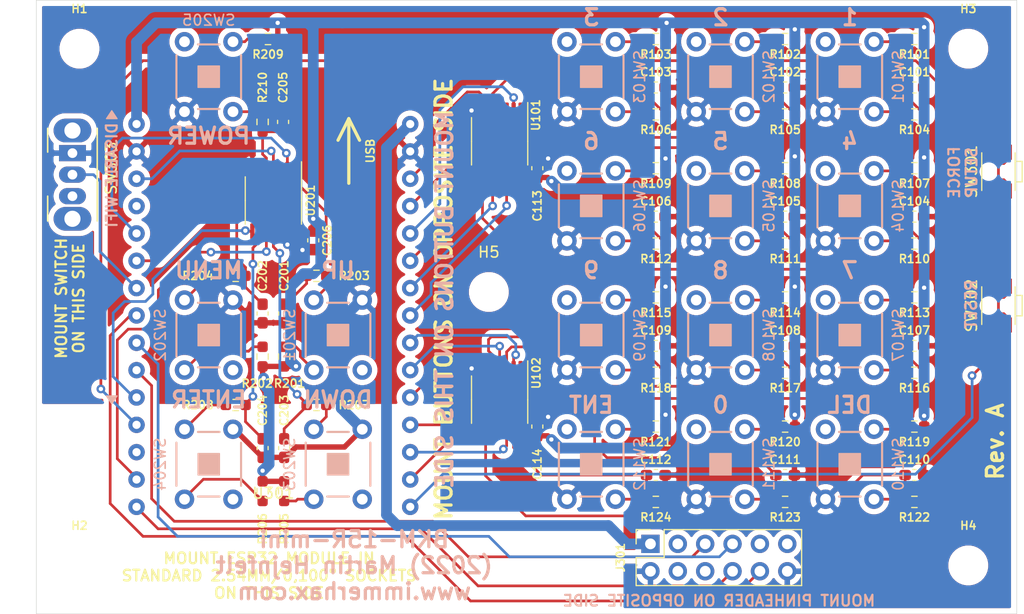
<source format=kicad_pcb>
(kicad_pcb (version 20171130) (host pcbnew 5.1.12-84ad8e8a86~92~ubuntu20.04.1)
  (layers (0 F.Cu signal) (31 B.Cu signal) (34 B.Paste user) (35 F.Paste user) (36 B.SilkS user) (37 F.SilkS user) (38 B.Mask user) (39 F.Mask user) (44 Edge.Cuts user))
  (net 0 "")
  (net 1 GND)
  (net 2 "Net-(C101-Pad1)")
  (net 3 "Net-(C102-Pad1)")
  (net 4 "Net-(C103-Pad1)")
  (net 5 "Net-(C104-Pad1)")
  (net 6 "Net-(C105-Pad1)")
  (net 7 "Net-(C106-Pad1)")
  (net 8 "Net-(C107-Pad1)")
  (net 9 "Net-(C108-Pad1)")
  (net 10 "Net-(C109-Pad1)")
  (net 11 "Net-(C110-Pad1)")
  (net 12 "Net-(C111-Pad1)")
  (net 13 "Net-(C112-Pad1)")
  (net 14 +3V3)
  (net 15 "Net-(C201-Pad1)")
  (net 16 "Net-(C202-Pad1)")
  (net 17 "Net-(C203-Pad1)")
  (net 18 "Net-(C204-Pad1)")
  (net 19 "Net-(C205-Pad1)")
  (net 20 +5V)
  (net 21 SO)
  (net 22 SCK)
  (net 23 ST)
  (net 24 CS)
  (net 25 "Net-(R101-Pad2)")
  (net 26 "Net-(R102-Pad2)")
  (net 27 "Net-(R103-Pad2)")
  (net 28 "Net-(R104-Pad2)")
  (net 29 "Net-(R105-Pad2)")
  (net 30 "Net-(R106-Pad2)")
  (net 31 "Net-(R107-Pad2)")
  (net 32 "Net-(R108-Pad2)")
  (net 33 "Net-(R109-Pad2)")
  (net 34 "Net-(R110-Pad2)")
  (net 35 "Net-(R111-Pad2)")
  (net 36 "Net-(R112-Pad2)")
  (net 37 "Net-(R113-Pad2)")
  (net 38 "Net-(R114-Pad2)")
  (net 39 "Net-(R115-Pad2)")
  (net 40 "Net-(R116-Pad2)")
  (net 41 "Net-(R117-Pad2)")
  (net 42 "Net-(R118-Pad2)")
  (net 43 "Net-(R119-Pad2)")
  (net 44 "Net-(R120-Pad2)")
  (net 45 "Net-(R121-Pad2)")
  (net 46 "Net-(R122-Pad2)")
  (net 47 "Net-(R123-Pad2)")
  (net 48 "Net-(R124-Pad2)")
  (net 49 "Net-(R201-Pad2)")
  (net 50 "Net-(R202-Pad2)")
  (net 51 "Net-(R203-Pad2)")
  (net 52 "Net-(R204-Pad2)")
  (net 53 "Net-(R205-Pad2)")
  (net 54 "Net-(R206-Pad2)")
  (net 55 "Net-(R207-Pad2)")
  (net 56 "Net-(R208-Pad2)")
  (net 57 "Net-(R209-Pad2)")
  (net 58 "Net-(R210-Pad2)")
  (net 59 INPUT_KEY1)
  (net 60 INPUT_KEY2)
  (net 61 INPUT_KEY3)
  (net 62 INPUT_KEY4)
  (net 63 INPUT_KEY5)
  (net 64 INPUT_KEY7)
  (net 65 INPUT_KEY8)
  (net 66 INPUT_KEY9)
  (net 67 INPUT_KEY_DEL)
  (net 68 INPUT_KEY0)
  (net 69 INPUT_KEY_ENT)
  (net 70 KEY_POWER)
  (net 71 NAV_KEY_ENTER)
  (net 72 NAV_KEY_DOWN)
  (net 73 NAV_KEY_MENU)
  (net 74 NAV_KEY_UP)
  (net 75 FORCE_SETUP)
  (net 76 RESET)
  (net 77 DISABLE_WIFI)
  (net 78 INPUT_KEY6)
  (module Capacitor_SMD:C_0603_1608Metric_Pad1.08x0.95mm_HandSolder (layer F.Cu) (at 158 34.6)
    (fp_text reference C102 (at 0 -1.43) (layer F.SilkS) (effects (font (size 0.75 0.75))))
    (fp_text value 10nF)
    (pad 2 smd roundrect (at 0.8625 0) (size 1.075 0.95) (layers F.Cu F.Paste F.Mask) (net 1 GND))
    (pad 1 smd roundrect (at -0.8625 0) (size 1.075 0.95) (layers F.Cu F.Paste F.Mask) (net 3 "Net-(C102-Pad1)"))
  )
  (module Capacitor_SMD:C_0603_1608Metric_Pad1.08x0.95mm_HandSolder (layer F.Cu) (at 146 34.6)
    (fp_text reference C103 (at 0 -1.43) (layer F.SilkS) (effects (font (size 0.75 0.75))))
    (fp_text value 10nF)
    (pad 1 smd roundrect (at -0.8625 0) (size 1.075 0.95) (layers F.Cu F.Paste F.Mask) (net 4 "Net-(C103-Pad1)"))
    (pad 2 smd roundrect (at 0.8625 0) (size 1.075 0.95) (layers F.Cu F.Paste F.Mask) (net 1 GND))
  )
  (module Capacitor_SMD:C_0603_1608Metric_Pad1.08x0.95mm_HandSolder (layer F.Cu) (at 170 34.6)
    (fp_text reference C101 (at 0 -1.43) (layer F.SilkS) (effects (font (size 0.75 0.75))))
    (fp_text value 10nF)
    (pad 1 smd roundrect (at -0.8625 0) (size 1.075 0.95) (layers F.Cu F.Paste F.Mask) (net 2 "Net-(C101-Pad1)"))
    (pad 2 smd roundrect (at 0.8625 0) (size 1.075 0.95) (layers F.Cu F.Paste F.Mask) (net 1 GND))
  )
  (module Capacitor_SMD:C_0603_1608Metric_Pad1.08x0.95mm_HandSolder (layer F.Cu) (at 146 46.6)
    (fp_text reference C106 (at 0 -1.43) (layer F.SilkS) (effects (font (size 0.75 0.75))))
    (fp_text value 10nF)
    (pad 1 smd roundrect (at -0.8625 0) (size 1.075 0.95) (layers F.Cu F.Paste F.Mask) (net 7 "Net-(C106-Pad1)"))
    (pad 2 smd roundrect (at 0.8625 0) (size 1.075 0.95) (layers F.Cu F.Paste F.Mask) (net 1 GND))
  )
  (module Capacitor_SMD:C_0603_1608Metric_Pad1.08x0.95mm_HandSolder (layer F.Cu) (at 170 46.6)
    (fp_text reference C104 (at 0 -1.43) (layer F.SilkS) (effects (font (size 0.75 0.75))))
    (fp_text value 10nF)
    (pad 2 smd roundrect (at 0.8625 0) (size 1.075 0.95) (layers F.Cu F.Paste F.Mask) (net 1 GND))
    (pad 1 smd roundrect (at -0.8625 0) (size 1.075 0.95) (layers F.Cu F.Paste F.Mask) (net 5 "Net-(C104-Pad1)"))
  )
  (module Capacitor_SMD:C_0603_1608Metric_Pad1.08x0.95mm_HandSolder (layer F.Cu) (at 158 46.6)
    (fp_text reference C105 (at 0 -1.43) (layer F.SilkS) (effects (font (size 0.75 0.75))))
    (fp_text value 10nF)
    (pad 1 smd roundrect (at -0.8625 0) (size 1.075 0.95) (layers F.Cu F.Paste F.Mask) (net 6 "Net-(C105-Pad1)"))
    (pad 2 smd roundrect (at 0.8625 0) (size 1.075 0.95) (layers F.Cu F.Paste F.Mask) (net 1 GND))
  )
  (module Capacitor_SMD:C_0603_1608Metric_Pad1.08x0.95mm_HandSolder (layer F.Cu) (at 146 58.6)
    (fp_text reference C109 (at 0 -1.43) (layer F.SilkS) (effects (font (size 0.75 0.75))))
    (fp_text value 10nF)
    (pad 2 smd roundrect (at 0.8625 0) (size 1.075 0.95) (layers F.Cu F.Paste F.Mask) (net 1 GND))
    (pad 1 smd roundrect (at -0.8625 0) (size 1.075 0.95) (layers F.Cu F.Paste F.Mask) (net 10 "Net-(C109-Pad1)"))
  )
  (module Capacitor_SMD:C_0603_1608Metric_Pad1.08x0.95mm_HandSolder (layer F.Cu) (at 170 58.6)
    (fp_text reference C107 (at 0 -1.43) (layer F.SilkS) (effects (font (size 0.75 0.75))))
    (fp_text value 10nF)
    (pad 2 smd roundrect (at 0.8625 0) (size 1.075 0.95) (layers F.Cu F.Paste F.Mask) (net 1 GND))
    (pad 1 smd roundrect (at -0.8625 0) (size 1.075 0.95) (layers F.Cu F.Paste F.Mask) (net 8 "Net-(C107-Pad1)"))
  )
  (module Capacitor_SMD:C_0603_1608Metric_Pad1.08x0.95mm_HandSolder (layer F.Cu) (at 158 58.6)
    (fp_text reference C108 (at 0 -1.43) (layer F.SilkS) (effects (font (size 0.75 0.75))))
    (fp_text value 10nF)
    (pad 1 smd roundrect (at -0.8625 0) (size 1.075 0.95) (layers F.Cu F.Paste F.Mask) (net 9 "Net-(C108-Pad1)"))
    (pad 2 smd roundrect (at 0.8625 0) (size 1.075 0.95) (layers F.Cu F.Paste F.Mask) (net 1 GND))
  )
  (module Capacitor_SMD:C_0603_1608Metric_Pad1.08x0.95mm_HandSolder (layer F.Cu) (at 170 70.6)
    (fp_text reference C110 (at 0 -1.43) (layer F.SilkS) (effects (font (size 0.75 0.75))))
    (fp_text value 10nF)
    (pad 2 smd roundrect (at 0.8625 0) (size 1.075 0.95) (layers F.Cu F.Paste F.Mask) (net 1 GND))
    (pad 1 smd roundrect (at -0.8625 0) (size 1.075 0.95) (layers F.Cu F.Paste F.Mask) (net 11 "Net-(C110-Pad1)"))
  )
  (module Capacitor_SMD:C_0603_1608Metric_Pad1.08x0.95mm_HandSolder (layer F.Cu) (at 158 70.6)
    (fp_text reference C111 (at 0 -1.43) (layer F.SilkS) (effects (font (size 0.75 0.75))))
    (fp_text value 10nF)
    (pad 2 smd roundrect (at 0.8625 0) (size 1.075 0.95) (layers F.Cu F.Paste F.Mask) (net 1 GND))
    (pad 1 smd roundrect (at -0.8625 0) (size 1.075 0.95) (layers F.Cu F.Paste F.Mask) (net 12 "Net-(C111-Pad1)"))
  )
  (module Capacitor_SMD:C_0603_1608Metric_Pad1.08x0.95mm_HandSolder (layer F.Cu) (at 146 70.6)
    (fp_text reference C112 (at 0 -1.43) (layer F.SilkS) (effects (font (size 0.75 0.75))))
    (fp_text value 10nF)
    (pad 2 smd roundrect (at 0.8625 0) (size 1.075 0.95) (layers F.Cu F.Paste F.Mask) (net 1 GND))
    (pad 1 smd roundrect (at -0.8625 0) (size 1.075 0.95) (layers F.Cu F.Paste F.Mask) (net 13 "Net-(C112-Pad1)"))
  )
  (module Capacitor_SMD:C_0603_1608Metric_Pad1.08x0.95mm_HandSolder (layer F.Cu) (at 135 42.1 270)
    (fp_text reference C113 (at 3.5 0 90) (layer F.SilkS) (effects (font (size 0.75 0.75))))
    (fp_text value 100nF)
    (pad 1 smd roundrect (at -0.8625 0 270) (size 1.075 0.95) (layers F.Cu F.Paste F.Mask) (net 1 GND))
    (pad 2 smd roundrect (at 0.8625 0 270) (size 1.075 0.95) (layers F.Cu F.Paste F.Mask) (net 14 +3V3))
  )
  (module Capacitor_SMD:C_0603_1608Metric_Pad1.08x0.95mm_HandSolder (layer F.Cu) (at 135 66.1 270)
    (fp_text reference C114 (at 3.5 0 90) (layer F.SilkS) (effects (font (size 0.75 0.75))))
    (fp_text value 100nF)
    (pad 2 smd roundrect (at 0.8625 0 270) (size 1.075 0.95) (layers F.Cu F.Paste F.Mask) (net 14 +3V3))
    (pad 1 smd roundrect (at -0.8625 0 270) (size 1.075 0.95) (layers F.Cu F.Paste F.Mask) (net 1 GND))
  )
  (module Capacitor_SMD:C_0603_1608Metric_Pad1.08x0.95mm_HandSolder (layer F.Cu) (at 111.5 55.6 270)
    (fp_text reference C201 (at -3.5 0 90) (layer F.SilkS) (effects (font (size 0.75 0.75))))
    (fp_text value 10nF)
    (pad 1 smd roundrect (at -0.8625 0 270) (size 1.075 0.95) (layers F.Cu F.Paste F.Mask) (net 15 "Net-(C201-Pad1)"))
    (pad 2 smd roundrect (at 0.8625 0 270) (size 1.075 0.95) (layers F.Cu F.Paste F.Mask) (net 1 GND))
  )
  (module Capacitor_SMD:C_0603_1608Metric_Pad1.08x0.95mm_HandSolder (layer F.Cu) (at 109.5 55.6 270)
    (fp_text reference C202 (at -3.5 0 90) (layer F.SilkS) (effects (font (size 0.75 0.75))))
    (fp_text value 10nF)
    (pad 1 smd roundrect (at -0.8625 0 270) (size 1.075 0.95) (layers F.Cu F.Paste F.Mask) (net 16 "Net-(C202-Pad1)"))
    (pad 2 smd roundrect (at 0.8625 0 270) (size 1.075 0.95) (layers F.Cu F.Paste F.Mask) (net 1 GND))
  )
  (module Capacitor_SMD:C_0603_1608Metric_Pad1.08x0.95mm_HandSolder (layer F.Cu) (at 111.5 68.1 270)
    (fp_text reference C203 (at -3.5 0 90) (layer F.SilkS) (effects (font (size 0.75 0.75))))
    (fp_text value 10nF)
    (pad 1 smd roundrect (at -0.8625 0 270) (size 1.075 0.95) (layers F.Cu F.Paste F.Mask) (net 17 "Net-(C203-Pad1)"))
    (pad 2 smd roundrect (at 0.8625 0 270) (size 1.075 0.95) (layers F.Cu F.Paste F.Mask) (net 1 GND))
  )
  (module Capacitor_SMD:C_0603_1608Metric_Pad1.08x0.95mm_HandSolder (layer F.Cu) (at 109.5 68.1 270)
    (fp_text reference C204 (at -3.5 0 90) (layer F.SilkS) (effects (font (size 0.75 0.75))))
    (fp_text value 10nF)
    (pad 2 smd roundrect (at 0.8625 0 270) (size 1.075 0.95) (layers F.Cu F.Paste F.Mask) (net 1 GND))
    (pad 1 smd roundrect (at -0.8625 0 270) (size 1.075 0.95) (layers F.Cu F.Paste F.Mask) (net 18 "Net-(C204-Pad1)"))
  )
  (module Capacitor_SMD:C_0603_1608Metric_Pad1.08x0.95mm_HandSolder (layer F.Cu) (at 111.4 37.8 90)
    (fp_text reference C205 (at 3.2 0 90) (layer F.SilkS) (effects (font (size 0.75 0.75))))
    (fp_text value 10nF)
    (pad 1 smd roundrect (at -0.8625 0 90) (size 1.075 0.95) (layers F.Cu F.Paste F.Mask) (net 19 "Net-(C205-Pad1)"))
    (pad 2 smd roundrect (at 0.8625 0 90) (size 1.075 0.95) (layers F.Cu F.Paste F.Mask) (net 1 GND))
  )
  (module Capacitor_SMD:C_0603_1608Metric_Pad1.08x0.95mm_HandSolder (layer F.Cu) (at 114.2 48.8 90)
    (fp_text reference C206 (at 0 1.3 90) (layer F.SilkS) (effects (font (size 0.75 0.75))))
    (fp_text value 100nF)
    (pad 2 smd roundrect (at 0.8625 0 90) (size 1.075 0.95) (layers F.Cu F.Paste F.Mask) (net 14 +3V3))
    (pad 1 smd roundrect (at -0.8625 0 90) (size 1.075 0.95) (layers F.Cu F.Paste F.Mask) (net 1 GND))
  )
  (module Connector_PinSocket_2.54mm:PinSocket_2x06_P2.54mm_Vertical (layer F.Cu) (at 145.5 77 90)
    (fp_text reference J301 (at -1.27 -2.77 270) (layer F.SilkS) (effects (font (size 0.75 0.75))))
    (fp_text value ENC28J60)
    (pad 1 thru_hole rect (at 0 0 90) (size 1.7 1.7) (drill 1) (layers *.Cu *.Mask) (net 20 +5V))
    (pad 2 thru_hole oval (at -2.54 0 90) (size 1.7 1.7) (drill 1) (layers *.Cu *.Mask) (net 1 GND))
    (pad 3 thru_hole oval (at 0 2.54 90) (size 1.7 1.7) (drill 1) (layers *.Cu *.Mask))
    (pad 4 thru_hole oval (at -2.54 2.54 90) (size 1.7 1.7) (drill 1) (layers *.Cu *.Mask))
    (pad 5 thru_hole oval (at 0 5.08 90) (size 1.7 1.7) (drill 1) (layers *.Cu *.Mask) (net 21 SO))
    (pad 6 thru_hole oval (at -2.54 5.08 90) (size 1.7 1.7) (drill 1) (layers *.Cu *.Mask))
    (pad 7 thru_hole oval (at 0 7.62 90) (size 1.7 1.7) (drill 1) (layers *.Cu *.Mask) (net 22 SCK))
    (pad 8 thru_hole oval (at -2.54 7.62 90) (size 1.7 1.7) (drill 1) (layers *.Cu *.Mask) (net 23 ST))
    (pad 9 thru_hole oval (at 0 10.16 90) (size 1.7 1.7) (drill 1) (layers *.Cu *.Mask))
    (pad 10 thru_hole oval (at -2.54 10.16 90) (size 1.7 1.7) (drill 1) (layers *.Cu *.Mask) (net 24 CS))
    (pad 11 thru_hole oval (at 0 12.7 90) (size 1.7 1.7) (drill 1) (layers *.Cu *.Mask))
    (pad 12 thru_hole oval (at -2.54 12.7 90) (size 1.7 1.7) (drill 1) (layers *.Cu *.Mask) (net 1 GND))
  )
  (module Resistor_SMD:R_0603_1608Metric_Pad0.98x0.95mm_HandSolder (layer F.Cu) (at 158 30.1 180)
    (fp_text reference R102 (at 0 -1.43) (layer F.SilkS) (effects (font (size 0.75 0.75))))
    (fp_text value 10K)
    (pad 2 smd roundrect (at 0.9125 0 180) (size 0.975 0.95) (layers F.Cu F.Paste F.Mask) (net 26 "Net-(R102-Pad2)"))
    (pad 1 smd roundrect (at -0.9125 0 180) (size 0.975 0.95) (layers F.Cu F.Paste F.Mask) (net 14 +3V3))
  )
  (module Resistor_SMD:R_0603_1608Metric_Pad0.98x0.95mm_HandSolder (layer F.Cu) (at 146 30.1 180)
    (fp_text reference R103 (at 0 -1.43) (layer F.SilkS) (effects (font (size 0.75 0.75))))
    (fp_text value 10K)
    (pad 2 smd roundrect (at 0.9125 0 180) (size 0.975 0.95) (layers F.Cu F.Paste F.Mask) (net 27 "Net-(R103-Pad2)"))
    (pad 1 smd roundrect (at -0.9125 0 180) (size 0.975 0.95) (layers F.Cu F.Paste F.Mask) (net 14 +3V3))
  )
  (module Resistor_SMD:R_0603_1608Metric_Pad0.98x0.95mm_HandSolder (layer F.Cu) (at 170 30.1 180)
    (fp_text reference R101 (at 0 -1.43) (layer F.SilkS) (effects (font (size 0.75 0.75))))
    (fp_text value 10K)
    (pad 1 smd roundrect (at -0.9125 0 180) (size 0.975 0.95) (layers F.Cu F.Paste F.Mask) (net 14 +3V3))
    (pad 2 smd roundrect (at 0.9125 0 180) (size 0.975 0.95) (layers F.Cu F.Paste F.Mask) (net 25 "Net-(R101-Pad2)"))
  )
  (module Resistor_SMD:R_0603_1608Metric_Pad0.98x0.95mm_HandSolder (layer F.Cu) (at 158 37.1 180)
    (fp_text reference R105 (at 0 -1.43) (layer F.SilkS) (effects (font (size 0.75 0.75))))
    (fp_text value 10K)
    (pad 1 smd roundrect (at -0.9125 0 180) (size 0.975 0.95) (layers F.Cu F.Paste F.Mask) (net 3 "Net-(C102-Pad1)"))
    (pad 2 smd roundrect (at 0.9125 0 180) (size 0.975 0.95) (layers F.Cu F.Paste F.Mask) (net 29 "Net-(R105-Pad2)"))
  )
  (module Resistor_SMD:R_0603_1608Metric_Pad0.98x0.95mm_HandSolder (layer F.Cu) (at 146 37.1 180)
    (fp_text reference R106 (at 0 -1.43) (layer F.SilkS) (effects (font (size 0.75 0.75))))
    (fp_text value 10K)
    (pad 1 smd roundrect (at -0.9125 0 180) (size 0.975 0.95) (layers F.Cu F.Paste F.Mask) (net 4 "Net-(C103-Pad1)"))
    (pad 2 smd roundrect (at 0.9125 0 180) (size 0.975 0.95) (layers F.Cu F.Paste F.Mask) (net 30 "Net-(R106-Pad2)"))
  )
  (module Resistor_SMD:R_0603_1608Metric_Pad0.98x0.95mm_HandSolder (layer F.Cu) (at 170 37.1 180)
    (fp_text reference R104 (at 0 -1.43) (layer F.SilkS) (effects (font (size 0.75 0.75))))
    (fp_text value 10K)
    (pad 1 smd roundrect (at -0.9125 0 180) (size 0.975 0.95) (layers F.Cu F.Paste F.Mask) (net 2 "Net-(C101-Pad1)"))
    (pad 2 smd roundrect (at 0.9125 0 180) (size 0.975 0.95) (layers F.Cu F.Paste F.Mask) (net 28 "Net-(R104-Pad2)"))
  )
  (module Resistor_SMD:R_0603_1608Metric_Pad0.98x0.95mm_HandSolder (layer F.Cu) (at 146 42.1 180)
    (fp_text reference R109 (at 0 -1.43) (layer F.SilkS) (effects (font (size 0.75 0.75))))
    (fp_text value 10K)
    (pad 1 smd roundrect (at -0.9125 0 180) (size 0.975 0.95) (layers F.Cu F.Paste F.Mask) (net 14 +3V3))
    (pad 2 smd roundrect (at 0.9125 0 180) (size 0.975 0.95) (layers F.Cu F.Paste F.Mask) (net 33 "Net-(R109-Pad2)"))
  )
  (module Resistor_SMD:R_0603_1608Metric_Pad0.98x0.95mm_HandSolder (layer F.Cu) (at 170 42.1 180)
    (fp_text reference R107 (at 0 -1.43) (layer F.SilkS) (effects (font (size 0.75 0.75))))
    (fp_text value 10K)
    (pad 2 smd roundrect (at 0.9125 0 180) (size 0.975 0.95) (layers F.Cu F.Paste F.Mask) (net 31 "Net-(R107-Pad2)"))
    (pad 1 smd roundrect (at -0.9125 0 180) (size 0.975 0.95) (layers F.Cu F.Paste F.Mask) (net 14 +3V3))
  )
  (module Resistor_SMD:R_0603_1608Metric_Pad0.98x0.95mm_HandSolder (layer F.Cu) (at 158 42.1 180)
    (fp_text reference R108 (at 0 -1.43) (layer F.SilkS) (effects (font (size 0.75 0.75))))
    (fp_text value 10K)
    (pad 2 smd roundrect (at 0.9125 0 180) (size 0.975 0.95) (layers F.Cu F.Paste F.Mask) (net 32 "Net-(R108-Pad2)"))
    (pad 1 smd roundrect (at -0.9125 0 180) (size 0.975 0.95) (layers F.Cu F.Paste F.Mask) (net 14 +3V3))
  )
  (module Resistor_SMD:R_0603_1608Metric_Pad0.98x0.95mm_HandSolder (layer F.Cu) (at 146 49.1 180)
    (fp_text reference R112 (at 0 -1.43) (layer F.SilkS) (effects (font (size 0.75 0.75))))
    (fp_text value 10K)
    (pad 2 smd roundrect (at 0.9125 0 180) (size 0.975 0.95) (layers F.Cu F.Paste F.Mask) (net 36 "Net-(R112-Pad2)"))
    (pad 1 smd roundrect (at -0.9125 0 180) (size 0.975 0.95) (layers F.Cu F.Paste F.Mask) (net 7 "Net-(C106-Pad1)"))
  )
  (module Resistor_SMD:R_0603_1608Metric_Pad0.98x0.95mm_HandSolder (layer F.Cu) (at 170 49.1 180)
    (fp_text reference R110 (at 0 -1.43) (layer F.SilkS) (effects (font (size 0.75 0.75))))
    (fp_text value 10K)
    (pad 2 smd roundrect (at 0.9125 0 180) (size 0.975 0.95) (layers F.Cu F.Paste F.Mask) (net 34 "Net-(R110-Pad2)"))
    (pad 1 smd roundrect (at -0.9125 0 180) (size 0.975 0.95) (layers F.Cu F.Paste F.Mask) (net 5 "Net-(C104-Pad1)"))
  )
  (module Resistor_SMD:R_0603_1608Metric_Pad0.98x0.95mm_HandSolder (layer F.Cu) (at 158 49.1 180)
    (fp_text reference R111 (at 0 -1.43) (layer F.SilkS) (effects (font (size 0.75 0.75))))
    (fp_text value 10K)
    (pad 1 smd roundrect (at -0.9125 0 180) (size 0.975 0.95) (layers F.Cu F.Paste F.Mask) (net 6 "Net-(C105-Pad1)"))
    (pad 2 smd roundrect (at 0.9125 0 180) (size 0.975 0.95) (layers F.Cu F.Paste F.Mask) (net 35 "Net-(R111-Pad2)"))
  )
  (module Resistor_SMD:R_0603_1608Metric_Pad0.98x0.95mm_HandSolder (layer F.Cu) (at 146 54.1 180)
    (fp_text reference R115 (at 0 -1.43) (layer F.SilkS) (effects (font (size 0.75 0.75))))
    (fp_text value 10K)
    (pad 1 smd roundrect (at -0.9125 0 180) (size 0.975 0.95) (layers F.Cu F.Paste F.Mask) (net 14 +3V3))
    (pad 2 smd roundrect (at 0.9125 0 180) (size 0.975 0.95) (layers F.Cu F.Paste F.Mask) (net 39 "Net-(R115-Pad2)"))
  )
  (module Resistor_SMD:R_0603_1608Metric_Pad0.98x0.95mm_HandSolder (layer F.Cu) (at 170 54.1 180)
    (fp_text reference R113 (at 0 -1.43) (layer F.SilkS) (effects (font (size 0.75 0.75))))
    (fp_text value 10K)
    (pad 1 smd roundrect (at -0.9125 0 180) (size 0.975 0.95) (layers F.Cu F.Paste F.Mask) (net 14 +3V3))
    (pad 2 smd roundrect (at 0.9125 0 180) (size 0.975 0.95) (layers F.Cu F.Paste F.Mask) (net 37 "Net-(R113-Pad2)"))
  )
  (module Resistor_SMD:R_0603_1608Metric_Pad0.98x0.95mm_HandSolder (layer F.Cu) (at 158 54.1 180)
    (fp_text reference R114 (at 0 -1.43) (layer F.SilkS) (effects (font (size 0.75 0.75))))
    (fp_text value 10K)
    (pad 2 smd roundrect (at 0.9125 0 180) (size 0.975 0.95) (layers F.Cu F.Paste F.Mask) (net 38 "Net-(R114-Pad2)"))
    (pad 1 smd roundrect (at -0.9125 0 180) (size 0.975 0.95) (layers F.Cu F.Paste F.Mask) (net 14 +3V3))
  )
  (module Resistor_SMD:R_0603_1608Metric_Pad0.98x0.95mm_HandSolder (layer F.Cu) (at 146 61.1 180)
    (fp_text reference R118 (at 0 -1.43) (layer F.SilkS) (effects (font (size 0.75 0.75))))
    (fp_text value 10K)
    (pad 2 smd roundrect (at 0.9125 0 180) (size 0.975 0.95) (layers F.Cu F.Paste F.Mask) (net 42 "Net-(R118-Pad2)"))
    (pad 1 smd roundrect (at -0.9125 0 180) (size 0.975 0.95) (layers F.Cu F.Paste F.Mask) (net 10 "Net-(C109-Pad1)"))
  )
  (module Resistor_SMD:R_0603_1608Metric_Pad0.98x0.95mm_HandSolder (layer F.Cu) (at 170 61.1 180)
    (fp_text reference R116 (at 0 -1.43) (layer F.SilkS) (effects (font (size 0.75 0.75))))
    (fp_text value 10K)
    (pad 2 smd roundrect (at 0.9125 0 180) (size 0.975 0.95) (layers F.Cu F.Paste F.Mask) (net 40 "Net-(R116-Pad2)"))
    (pad 1 smd roundrect (at -0.9125 0 180) (size 0.975 0.95) (layers F.Cu F.Paste F.Mask) (net 8 "Net-(C107-Pad1)"))
  )
  (module Resistor_SMD:R_0603_1608Metric_Pad0.98x0.95mm_HandSolder (layer F.Cu) (at 158 61.1 180)
    (fp_text reference R117 (at 0 -1.43) (layer F.SilkS) (effects (font (size 0.75 0.75))))
    (fp_text value 10K)
    (pad 2 smd roundrect (at 0.9125 0 180) (size 0.975 0.95) (layers F.Cu F.Paste F.Mask) (net 41 "Net-(R117-Pad2)"))
    (pad 1 smd roundrect (at -0.9125 0 180) (size 0.975 0.95) (layers F.Cu F.Paste F.Mask) (net 9 "Net-(C108-Pad1)"))
  )
  (module Resistor_SMD:R_0603_1608Metric_Pad0.98x0.95mm_HandSolder (layer F.Cu) (at 170 66.1 180)
    (fp_text reference R119 (at 0 -1.43) (layer F.SilkS) (effects (font (size 0.75 0.75))))
    (fp_text value 10K)
    (pad 1 smd roundrect (at -0.9125 0 180) (size 0.975 0.95) (layers F.Cu F.Paste F.Mask) (net 14 +3V3))
    (pad 2 smd roundrect (at 0.9125 0 180) (size 0.975 0.95) (layers F.Cu F.Paste F.Mask) (net 43 "Net-(R119-Pad2)"))
  )
  (module Resistor_SMD:R_0603_1608Metric_Pad0.98x0.95mm_HandSolder (layer F.Cu) (at 158 66.1 180)
    (fp_text reference R120 (at 0 -1.43) (layer F.SilkS) (effects (font (size 0.75 0.75))))
    (fp_text value 10K)
    (pad 1 smd roundrect (at -0.9125 0 180) (size 0.975 0.95) (layers F.Cu F.Paste F.Mask) (net 14 +3V3))
    (pad 2 smd roundrect (at 0.9125 0 180) (size 0.975 0.95) (layers F.Cu F.Paste F.Mask) (net 44 "Net-(R120-Pad2)"))
  )
  (module Resistor_SMD:R_0603_1608Metric_Pad0.98x0.95mm_HandSolder (layer F.Cu) (at 146 66.1 180)
    (fp_text reference R121 (at 0 -1.43) (layer F.SilkS) (effects (font (size 0.75 0.75))))
    (fp_text value 10K)
    (pad 1 smd roundrect (at -0.9125 0 180) (size 0.975 0.95) (layers F.Cu F.Paste F.Mask) (net 14 +3V3))
    (pad 2 smd roundrect (at 0.9125 0 180) (size 0.975 0.95) (layers F.Cu F.Paste F.Mask) (net 45 "Net-(R121-Pad2)"))
  )
  (module Resistor_SMD:R_0603_1608Metric_Pad0.98x0.95mm_HandSolder (layer F.Cu) (at 170 73.1 180)
    (fp_text reference R122 (at 0 -1.43) (layer F.SilkS) (effects (font (size 0.75 0.75))))
    (fp_text value 10K)
    (pad 2 smd roundrect (at 0.9125 0 180) (size 0.975 0.95) (layers F.Cu F.Paste F.Mask) (net 46 "Net-(R122-Pad2)"))
    (pad 1 smd roundrect (at -0.9125 0 180) (size 0.975 0.95) (layers F.Cu F.Paste F.Mask) (net 11 "Net-(C110-Pad1)"))
  )
  (module Resistor_SMD:R_0603_1608Metric_Pad0.98x0.95mm_HandSolder (layer F.Cu) (at 158 73.1 180)
    (fp_text reference R123 (at 0 -1.43) (layer F.SilkS) (effects (font (size 0.75 0.75))))
    (fp_text value 10K)
    (pad 2 smd roundrect (at 0.9125 0 180) (size 0.975 0.95) (layers F.Cu F.Paste F.Mask) (net 47 "Net-(R123-Pad2)"))
    (pad 1 smd roundrect (at -0.9125 0 180) (size 0.975 0.95) (layers F.Cu F.Paste F.Mask) (net 12 "Net-(C111-Pad1)"))
  )
  (module Resistor_SMD:R_0603_1608Metric_Pad0.98x0.95mm_HandSolder (layer F.Cu) (at 146 73.1 180)
    (fp_text reference R124 (at 0 -1.43) (layer F.SilkS) (effects (font (size 0.75 0.75))))
    (fp_text value 10K)
    (pad 1 smd roundrect (at -0.9125 0 180) (size 0.975 0.95) (layers F.Cu F.Paste F.Mask) (net 13 "Net-(C112-Pad1)"))
    (pad 2 smd roundrect (at 0.9125 0 180) (size 0.975 0.95) (layers F.Cu F.Paste F.Mask) (net 48 "Net-(R124-Pad2)"))
  )
  (module Resistor_SMD:R_0603_1608Metric_Pad0.98x0.95mm_HandSolder (layer F.Cu) (at 111.5 59.6 90)
    (fp_text reference R201 (at -2.5 0.5) (layer F.SilkS) (effects (font (size 0.75 0.75))))
    (fp_text value 10K)
    (pad 2 smd roundrect (at 0.9125 0 90) (size 0.975 0.95) (layers F.Cu F.Paste F.Mask) (net 49 "Net-(R201-Pad2)"))
    (pad 1 smd roundrect (at -0.9125 0 90) (size 0.975 0.95) (layers F.Cu F.Paste F.Mask) (net 14 +3V3))
  )
  (module Resistor_SMD:R_0603_1608Metric_Pad0.98x0.95mm_HandSolder (layer F.Cu) (at 109.5 59.6 90)
    (fp_text reference R202 (at -2.5 -0.5) (layer F.SilkS) (effects (font (size 0.75 0.75))))
    (fp_text value 10K)
    (pad 2 smd roundrect (at 0.9125 0 90) (size 0.975 0.95) (layers F.Cu F.Paste F.Mask) (net 50 "Net-(R202-Pad2)"))
    (pad 1 smd roundrect (at -0.9125 0 90) (size 0.975 0.95) (layers F.Cu F.Paste F.Mask) (net 14 +3V3))
  )
  (module Resistor_SMD:R_0603_1608Metric_Pad0.98x0.95mm_HandSolder (layer F.Cu) (at 114.5 52.1)
    (fp_text reference R203 (at 3.5 0) (layer F.SilkS) (effects (font (size 0.75 0.75))))
    (fp_text value 10K)
    (pad 1 smd roundrect (at -0.9125 0) (size 0.975 0.95) (layers F.Cu F.Paste F.Mask) (net 15 "Net-(C201-Pad1)"))
    (pad 2 smd roundrect (at 0.9125 0) (size 0.975 0.95) (layers F.Cu F.Paste F.Mask) (net 51 "Net-(R203-Pad2)"))
  )
  (module Resistor_SMD:R_0603_1608Metric_Pad0.98x0.95mm_HandSolder (layer F.Cu) (at 107 52.1 180)
    (fp_text reference R204 (at 3.5 0) (layer F.SilkS) (effects (font (size 0.75 0.75))))
    (fp_text value 10K)
    (pad 1 smd roundrect (at -0.9125 0 180) (size 0.975 0.95) (layers F.Cu F.Paste F.Mask) (net 16 "Net-(C202-Pad1)"))
    (pad 2 smd roundrect (at 0.9125 0 180) (size 0.975 0.95) (layers F.Cu F.Paste F.Mask) (net 52 "Net-(R204-Pad2)"))
  )
  (module Resistor_SMD:R_0603_1608Metric_Pad0.98x0.95mm_HandSolder (layer F.Cu) (at 111.5 72.1 270)
    (fp_text reference R205 (at 3.5 0 90) (layer F.SilkS) (effects (font (size 0.75 0.75))))
    (fp_text value 10K)
    (pad 1 smd roundrect (at -0.9125 0 270) (size 0.975 0.95) (layers F.Cu F.Paste F.Mask) (net 14 +3V3))
    (pad 2 smd roundrect (at 0.9125 0 270) (size 0.975 0.95) (layers F.Cu F.Paste F.Mask) (net 53 "Net-(R205-Pad2)"))
  )
  (module Resistor_SMD:R_0603_1608Metric_Pad0.98x0.95mm_HandSolder (layer F.Cu) (at 109.5 72.1 270)
    (fp_text reference R206 (at 3.5 0 90) (layer F.SilkS) (effects (font (size 0.75 0.75))))
    (fp_text value 10K)
    (pad 1 smd roundrect (at -0.9125 0 270) (size 0.975 0.95) (layers F.Cu F.Paste F.Mask) (net 14 +3V3))
    (pad 2 smd roundrect (at 0.9125 0 270) (size 0.975 0.95) (layers F.Cu F.Paste F.Mask) (net 54 "Net-(R206-Pad2)"))
  )
  (module Resistor_SMD:R_0603_1608Metric_Pad0.98x0.95mm_HandSolder (layer F.Cu) (at 114.5 64.1)
    (fp_text reference R207 (at 3.5 0) (layer F.SilkS) (effects (font (size 0.75 0.75))))
    (fp_text value 10K)
    (pad 2 smd roundrect (at 0.9125 0) (size 0.975 0.95) (layers F.Cu F.Paste F.Mask) (net 55 "Net-(R207-Pad2)"))
    (pad 1 smd roundrect (at -0.9125 0) (size 0.975 0.95) (layers F.Cu F.Paste F.Mask) (net 17 "Net-(C203-Pad1)"))
  )
  (module Resistor_SMD:R_0603_1608Metric_Pad0.98x0.95mm_HandSolder (layer F.Cu) (at 107 64.1 180)
    (fp_text reference R208 (at 3.5 0) (layer F.SilkS) (effects (font (size 0.75 0.75))))
    (fp_text value 10K)
    (pad 1 smd roundrect (at -0.9125 0 180) (size 0.975 0.95) (layers F.Cu F.Paste F.Mask) (net 18 "Net-(C204-Pad1)"))
    (pad 2 smd roundrect (at 0.9125 0 180) (size 0.975 0.95) (layers F.Cu F.Paste F.Mask) (net 56 "Net-(R208-Pad2)"))
  )
  (module Resistor_SMD:R_0603_1608Metric_Pad0.98x0.95mm_HandSolder (layer F.Cu) (at 110 30.1 180)
    (fp_text reference R209 (at 0 -1.43) (layer F.SilkS) (effects (font (size 0.75 0.75))))
    (fp_text value 10K)
    (pad 2 smd roundrect (at 0.9125 0 180) (size 0.975 0.95) (layers F.Cu F.Paste F.Mask) (net 57 "Net-(R209-Pad2)"))
    (pad 1 smd roundrect (at -0.9125 0 180) (size 0.975 0.95) (layers F.Cu F.Paste F.Mask) (net 14 +3V3))
  )
  (module Resistor_SMD:R_0603_1608Metric_Pad0.98x0.95mm_HandSolder (layer F.Cu) (at 109.5 37.8 90)
    (fp_text reference R210 (at 3.2 0 90) (layer F.SilkS) (effects (font (size 0.75 0.75))))
    (fp_text value 10K)
    (pad 2 smd roundrect (at 0.9125 0 90) (size 0.975 0.95) (layers F.Cu F.Paste F.Mask) (net 58 "Net-(R210-Pad2)"))
    (pad 1 smd roundrect (at -0.9125 0 90) (size 0.975 0.95) (layers F.Cu F.Paste F.Mask) (net 19 "Net-(C205-Pad1)"))
  )
  (module Package_SO:TSSOP-14_4.4x5mm_P0.65mm (layer F.Cu) (at 131.5 39.6 270)
    (fp_text reference U101 (at -2.43468 -3.36008 90) (layer F.SilkS) (effects (font (size 0.75 0.75))))
    (fp_text value 74HC14)
    (pad 1 smd roundrect (at -2.8625 -1.95 270) (size 1.475 0.4) (layers F.Cu F.Paste F.Mask) (net 4 "Net-(C103-Pad1)"))
    (pad 2 smd roundrect (at -2.8625 -1.3 270) (size 1.475 0.4) (layers F.Cu F.Paste F.Mask) (net 61 INPUT_KEY3))
    (pad 3 smd roundrect (at -2.8625 -0.65 270) (size 1.475 0.4) (layers F.Cu F.Paste F.Mask) (net 3 "Net-(C102-Pad1)"))
    (pad 4 smd roundrect (at -2.8625 0 270) (size 1.475 0.4) (layers F.Cu F.Paste F.Mask) (net 60 INPUT_KEY2))
    (pad 5 smd roundrect (at -2.8625 0.65 270) (size 1.475 0.4) (layers F.Cu F.Paste F.Mask) (net 2 "Net-(C101-Pad1)"))
    (pad 6 smd roundrect (at -2.8625 1.3 270) (size 1.475 0.4) (layers F.Cu F.Paste F.Mask) (net 59 INPUT_KEY1))
    (pad 7 smd roundrect (at -2.8625 1.95 270) (size 1.475 0.4) (layers F.Cu F.Paste F.Mask) (net 1 GND))
    (pad 8 smd roundrect (at 2.8625 1.95 270) (size 1.475 0.4) (layers F.Cu F.Paste F.Mask) (net 62 INPUT_KEY4))
    (pad 9 smd roundrect (at 2.8625 1.3 270) (size 1.475 0.4) (layers F.Cu F.Paste F.Mask) (net 5 "Net-(C104-Pad1)"))
    (pad 10 smd roundrect (at 2.8625 0.65 270) (size 1.475 0.4) (layers F.Cu F.Paste F.Mask) (net 63 INPUT_KEY5))
    (pad 11 smd roundrect (at 2.8625 0 270) (size 1.475 0.4) (layers F.Cu F.Paste F.Mask) (net 6 "Net-(C105-Pad1)"))
    (pad 12 smd roundrect (at 2.8625 -0.65 270) (size 1.475 0.4) (layers F.Cu F.Paste F.Mask) (net 78 INPUT_KEY6))
    (pad 13 smd roundrect (at 2.8625 -1.3 270) (size 1.475 0.4) (layers F.Cu F.Paste F.Mask) (net 7 "Net-(C106-Pad1)"))
    (pad 14 smd roundrect (at 2.8625 -1.95 270) (size 1.475 0.4) (layers F.Cu F.Paste F.Mask) (net 14 +3V3))
  )
  (module Package_SO:TSSOP-14_4.4x5mm_P0.65mm (layer F.Cu) (at 110.5 45.1 270)
    (fp_text reference U201 (at 0 -3.45 90) (layer F.SilkS) (effects (font (size 0.75 0.75))))
    (fp_text value 74HC14)
    (pad 14 smd roundrect (at 2.8625 -1.95 270) (size 1.475 0.4) (layers F.Cu F.Paste F.Mask) (net 14 +3V3))
    (pad 13 smd roundrect (at 2.8625 -1.3 270) (size 1.475 0.4) (layers F.Cu F.Paste F.Mask) (net 1 GND))
    (pad 12 smd roundrect (at 2.8625 -0.65 270) (size 1.475 0.4) (layers F.Cu F.Paste F.Mask))
    (pad 11 smd roundrect (at 2.8625 0 270) (size 1.475 0.4) (layers F.Cu F.Paste F.Mask) (net 17 "Net-(C203-Pad1)"))
    (pad 10 smd roundrect (at 2.8625 0.65 270) (size 1.475 0.4) (layers F.Cu F.Paste F.Mask) (net 72 NAV_KEY_DOWN))
    (pad 9 smd roundrect (at 2.8625 1.3 270) (size 1.475 0.4) (layers F.Cu F.Paste F.Mask) (net 18 "Net-(C204-Pad1)"))
    (pad 8 smd roundrect (at 2.8625 1.95 270) (size 1.475 0.4) (layers F.Cu F.Paste F.Mask) (net 71 NAV_KEY_ENTER))
    (pad 7 smd roundrect (at -2.8625 1.95 270) (size 1.475 0.4) (layers F.Cu F.Paste F.Mask) (net 1 GND))
    (pad 6 smd roundrect (at -2.8625 1.3 270) (size 1.475 0.4) (layers F.Cu F.Paste F.Mask) (net 70 KEY_POWER))
    (pad 5 smd roundrect (at -2.8625 0.65 270) (size 1.475 0.4) (layers F.Cu F.Paste F.Mask) (net 19 "Net-(C205-Pad1)"))
    (pad 4 smd roundrect (at -2.8625 0 270) (size 1.475 0.4) (layers F.Cu F.Paste F.Mask) (net 73 NAV_KEY_MENU))
    (pad 3 smd roundrect (at -2.8625 -0.65 270) (size 1.475 0.4) (layers F.Cu F.Paste F.Mask) (net 16 "Net-(C202-Pad1)"))
    (pad 2 smd roundrect (at -2.8625 -1.3 270) (size 1.475 0.4) (layers F.Cu F.Paste F.Mask) (net 74 NAV_KEY_UP))
    (pad 1 smd roundrect (at -2.8625 -1.95 270) (size 1.475 0.4) (layers F.Cu F.Paste F.Mask) (net 15 "Net-(C201-Pad1)"))
  )
  (module Package_SO:TSSOP-14_4.4x5mm_P0.65mm (layer F.Cu) (at 131.5 63.6 270)
    (fp_text reference U102 (at -2.46216 -3.40072 90) (layer F.SilkS) (effects (font (size 0.75 0.75))))
    (fp_text value 74HC14)
    (pad 1 smd roundrect (at -2.8625 -1.95 270) (size 1.475 0.4) (layers F.Cu F.Paste F.Mask) (net 8 "Net-(C107-Pad1)"))
    (pad 2 smd roundrect (at -2.8625 -1.3 270) (size 1.475 0.4) (layers F.Cu F.Paste F.Mask) (net 64 INPUT_KEY7))
    (pad 3 smd roundrect (at -2.8625 -0.65 270) (size 1.475 0.4) (layers F.Cu F.Paste F.Mask) (net 9 "Net-(C108-Pad1)"))
    (pad 4 smd roundrect (at -2.8625 0 270) (size 1.475 0.4) (layers F.Cu F.Paste F.Mask) (net 65 INPUT_KEY8))
    (pad 5 smd roundrect (at -2.8625 0.65 270) (size 1.475 0.4) (layers F.Cu F.Paste F.Mask) (net 10 "Net-(C109-Pad1)"))
    (pad 6 smd roundrect (at -2.8625 1.3 270) (size 1.475 0.4) (layers F.Cu F.Paste F.Mask) (net 66 INPUT_KEY9))
    (pad 7 smd roundrect (at -2.8625 1.95 270) (size 1.475 0.4) (layers F.Cu F.Paste F.Mask) (net 1 GND))
    (pad 8 smd roundrect (at 2.8625 1.95 270) (size 1.475 0.4) (layers F.Cu F.Paste F.Mask) (net 67 INPUT_KEY_DEL))
    (pad 9 smd roundrect (at 2.8625 1.3 270) (size 1.475 0.4) (layers F.Cu F.Paste F.Mask) (net 11 "Net-(C110-Pad1)"))
    (pad 10 smd roundrect (at 2.8625 0.65 270) (size 1.475 0.4) (layers F.Cu F.Paste F.Mask) (net 68 INPUT_KEY0))
    (pad 11 smd roundrect (at 2.8625 0 270) (size 1.475 0.4) (layers F.Cu F.Paste F.Mask) (net 12 "Net-(C111-Pad1)"))
    (pad 12 smd roundrect (at 2.8625 -0.65 270) (size 1.475 0.4) (layers F.Cu F.Paste F.Mask) (net 69 INPUT_KEY_ENT))
    (pad 13 smd roundrect (at 2.8625 -1.3 270) (size 1.475 0.4) (layers F.Cu F.Paste F.Mask) (net 13 "Net-(C112-Pad1)"))
    (pad 14 smd roundrect (at 2.8625 -1.95 270) (size 1.475 0.4) (layers F.Cu F.Paste F.Mask) (net 14 +3V3))
  )
  (module MountingHole:MountingHole_2.7mm_M2.5 (layer F.Cu) (at 92.5 31)
    (fp_text reference H1 (at 0 -3.7) (layer F.SilkS) (effects (font (size 0.75 0.75))))
    (fp_text value MountingHole)
    (pad 1 np_thru_hole circle (at 0 0) (size 2.7 2.7) (drill 2.7) (layers *.Cu *.Mask))
  )
  (module MountingHole:MountingHole_2.7mm_M2.5 (layer F.Cu) (at 92.5 79)
    (fp_text reference H2 (at 0 -3.7) (layer F.SilkS) (effects (font (size 0.75 0.75))))
    (fp_text value MountingHole)
    (pad 1 np_thru_hole circle (at 0 0) (size 2.7 2.7) (drill 2.7) (layers *.Cu *.Mask))
  )
  (module MountingHole:MountingHole_2.7mm_M2.5 (layer F.Cu) (at 175 31)
    (fp_text reference H3 (at 0 -3.7) (layer F.SilkS) (effects (font (size 0.75 0.75))))
    (fp_text value MountingHole)
    (pad 1 np_thru_hole circle (at 0 0) (size 2.7 2.7) (drill 2.7) (layers *.Cu *.Mask))
  )
  (module MountingHole:MountingHole_2.7mm_M2.5 (layer F.Cu) (at 175 79)
    (fp_text reference H4 (at 0 -3.7) (layer F.SilkS) (effects (font (size 0.75 0.75))))
    (fp_text value MountingHole)
    (pad 1 np_thru_hole circle (at 0 0) (size 2.7 2.7) (drill 2.7) (layers *.Cu *.Mask))
  )
  (module TL-1240:TL-1240-NO_LED (layer B.Cu) (at 164 33.6)
    (fp_text reference SW101 (at 4.5 0 90) (layer B.SilkS) (effects (justify mirror)))
    (fp_text value TL-1240-NO_LED)
    (pad 4 thru_hole circle (at -2.25 -3.25) (size 1.8 1.8) (drill 1) (layers *.Cu *.Mask))
    (pad 2 thru_hole circle (at 2.25 -3.25) (size 1.8 1.8) (drill 1) (layers *.Cu *.Mask) (net 25 "Net-(R101-Pad2)"))
    (pad 1 thru_hole circle (at 2.25 3.25) (size 1.8 1.8) (drill 1) (layers *.Cu *.Mask) (net 28 "Net-(R104-Pad2)"))
    (pad 3 thru_hole circle (at -2.25 3.25) (size 1.8 1.8) (drill 1) (layers *.Cu *.Mask) (net 1 GND))
  )
  (module TL-1240:TL-1240-NO_LED (layer B.Cu) (at 152 33.6)
    (fp_text reference SW102 (at 4.5 0 90) (layer B.SilkS) (effects (justify mirror)))
    (fp_text value TL-1240-NO_LED)
    (pad 4 thru_hole circle (at -2.25 -3.25) (size 1.8 1.8) (drill 1) (layers *.Cu *.Mask))
    (pad 2 thru_hole circle (at 2.25 -3.25) (size 1.8 1.8) (drill 1) (layers *.Cu *.Mask) (net 26 "Net-(R102-Pad2)"))
    (pad 1 thru_hole circle (at 2.25 3.25) (size 1.8 1.8) (drill 1) (layers *.Cu *.Mask) (net 29 "Net-(R105-Pad2)"))
    (pad 3 thru_hole circle (at -2.25 3.25) (size 1.8 1.8) (drill 1) (layers *.Cu *.Mask) (net 1 GND))
  )
  (module TL-1240:TL-1240-NO_LED (layer B.Cu) (at 140 33.6)
    (fp_text reference SW103 (at 4.5 0 90) (layer B.SilkS) (effects (justify mirror)))
    (fp_text value TL-1240-NO_LED)
    (pad 3 thru_hole circle (at -2.25 3.25) (size 1.8 1.8) (drill 1) (layers *.Cu *.Mask) (net 1 GND))
    (pad 1 thru_hole circle (at 2.25 3.25) (size 1.8 1.8) (drill 1) (layers *.Cu *.Mask) (net 30 "Net-(R106-Pad2)"))
    (pad 2 thru_hole circle (at 2.25 -3.25) (size 1.8 1.8) (drill 1) (layers *.Cu *.Mask) (net 27 "Net-(R103-Pad2)"))
    (pad 4 thru_hole circle (at -2.25 -3.25) (size 1.8 1.8) (drill 1) (layers *.Cu *.Mask))
  )
  (module TL-1240:TL-1240-NO_LED (layer B.Cu) (at 164 45.6)
    (fp_text reference SW104 (at 4.5 0 90) (layer B.SilkS) (effects (justify mirror)))
    (fp_text value TL-1240-NO_LED)
    (pad 3 thru_hole circle (at -2.25 3.25) (size 1.8 1.8) (drill 1) (layers *.Cu *.Mask) (net 1 GND))
    (pad 1 thru_hole circle (at 2.25 3.25) (size 1.8 1.8) (drill 1) (layers *.Cu *.Mask) (net 34 "Net-(R110-Pad2)"))
    (pad 2 thru_hole circle (at 2.25 -3.25) (size 1.8 1.8) (drill 1) (layers *.Cu *.Mask) (net 31 "Net-(R107-Pad2)"))
    (pad 4 thru_hole circle (at -2.25 -3.25) (size 1.8 1.8) (drill 1) (layers *.Cu *.Mask))
  )
  (module TL-1240:TL-1240-NO_LED (layer B.Cu) (at 152 45.6)
    (fp_text reference SW105 (at 4.5 0 90) (layer B.SilkS) (effects (justify mirror)))
    (fp_text value TL-1240-NO_LED)
    (pad 3 thru_hole circle (at -2.25 3.25) (size 1.8 1.8) (drill 1) (layers *.Cu *.Mask) (net 1 GND))
    (pad 1 thru_hole circle (at 2.25 3.25) (size 1.8 1.8) (drill 1) (layers *.Cu *.Mask) (net 35 "Net-(R111-Pad2)"))
    (pad 2 thru_hole circle (at 2.25 -3.25) (size 1.8 1.8) (drill 1) (layers *.Cu *.Mask) (net 32 "Net-(R108-Pad2)"))
    (pad 4 thru_hole circle (at -2.25 -3.25) (size 1.8 1.8) (drill 1) (layers *.Cu *.Mask))
  )
  (module TL-1240:TL-1240-NO_LED (layer B.Cu) (at 140 45.6)
    (fp_text reference SW106 (at 4.5 0 90) (layer B.SilkS) (effects (justify mirror)))
    (fp_text value TL-1240-NO_LED)
    (pad 3 thru_hole circle (at -2.25 3.25) (size 1.8 1.8) (drill 1) (layers *.Cu *.Mask) (net 1 GND))
    (pad 1 thru_hole circle (at 2.25 3.25) (size 1.8 1.8) (drill 1) (layers *.Cu *.Mask) (net 36 "Net-(R112-Pad2)"))
    (pad 2 thru_hole circle (at 2.25 -3.25) (size 1.8 1.8) (drill 1) (layers *.Cu *.Mask) (net 33 "Net-(R109-Pad2)"))
    (pad 4 thru_hole circle (at -2.25 -3.25) (size 1.8 1.8) (drill 1) (layers *.Cu *.Mask))
  )
  (module TL-1240:TL-1240-NO_LED (layer B.Cu) (at 164 57.6)
    (fp_text reference SW107 (at 4.5 0 90) (layer B.SilkS) (effects (justify mirror)))
    (fp_text value TL-1240-NO_LED)
    (pad 3 thru_hole circle (at -2.25 3.25) (size 1.8 1.8) (drill 1) (layers *.Cu *.Mask) (net 1 GND))
    (pad 1 thru_hole circle (at 2.25 3.25) (size 1.8 1.8) (drill 1) (layers *.Cu *.Mask) (net 40 "Net-(R116-Pad2)"))
    (pad 2 thru_hole circle (at 2.25 -3.25) (size 1.8 1.8) (drill 1) (layers *.Cu *.Mask) (net 37 "Net-(R113-Pad2)"))
    (pad 4 thru_hole circle (at -2.25 -3.25) (size 1.8 1.8) (drill 1) (layers *.Cu *.Mask))
  )
  (module TL-1240:TL-1240-NO_LED (layer B.Cu) (at 152 57.6)
    (fp_text reference SW108 (at 4.5 0 90) (layer B.SilkS) (effects (justify mirror)))
    (fp_text value TL-1240-NO_LED)
    (pad 4 thru_hole circle (at -2.25 -3.25) (size 1.8 1.8) (drill 1) (layers *.Cu *.Mask))
    (pad 2 thru_hole circle (at 2.25 -3.25) (size 1.8 1.8) (drill 1) (layers *.Cu *.Mask) (net 38 "Net-(R114-Pad2)"))
    (pad 1 thru_hole circle (at 2.25 3.25) (size 1.8 1.8) (drill 1) (layers *.Cu *.Mask) (net 41 "Net-(R117-Pad2)"))
    (pad 3 thru_hole circle (at -2.25 3.25) (size 1.8 1.8) (drill 1) (layers *.Cu *.Mask) (net 1 GND))
  )
  (module TL-1240:TL-1240-NO_LED (layer B.Cu) (at 140 57.6)
    (fp_text reference SW109 (at 4.5 0 90) (layer B.SilkS) (effects (justify mirror)))
    (fp_text value TL-1240-NO_LED)
    (pad 4 thru_hole circle (at -2.25 -3.25) (size 1.8 1.8) (drill 1) (layers *.Cu *.Mask))
    (pad 2 thru_hole circle (at 2.25 -3.25) (size 1.8 1.8) (drill 1) (layers *.Cu *.Mask) (net 39 "Net-(R115-Pad2)"))
    (pad 1 thru_hole circle (at 2.25 3.25) (size 1.8 1.8) (drill 1) (layers *.Cu *.Mask) (net 42 "Net-(R118-Pad2)"))
    (pad 3 thru_hole circle (at -2.25 3.25) (size 1.8 1.8) (drill 1) (layers *.Cu *.Mask) (net 1 GND))
  )
  (module TL-1240:TL-1240-NO_LED (layer B.Cu) (at 164 69.6)
    (fp_text reference SW110 (at 4.5 0 90) (layer B.SilkS) (effects (justify mirror)))
    (fp_text value TL-1240-NO_LED)
    (pad 3 thru_hole circle (at -2.25 3.25) (size 1.8 1.8) (drill 1) (layers *.Cu *.Mask) (net 1 GND))
    (pad 1 thru_hole circle (at 2.25 3.25) (size 1.8 1.8) (drill 1) (layers *.Cu *.Mask) (net 46 "Net-(R122-Pad2)"))
    (pad 2 thru_hole circle (at 2.25 -3.25) (size 1.8 1.8) (drill 1) (layers *.Cu *.Mask) (net 43 "Net-(R119-Pad2)"))
    (pad 4 thru_hole circle (at -2.25 -3.25) (size 1.8 1.8) (drill 1) (layers *.Cu *.Mask))
  )
  (module TL-1240:TL-1240-NO_LED (layer B.Cu) (at 152 69.6)
    (fp_text reference SW111 (at 4.5 0 90) (layer B.SilkS) (effects (justify mirror)))
    (fp_text value TL-1240-NO_LED)
    (pad 4 thru_hole circle (at -2.25 -3.25) (size 1.8 1.8) (drill 1) (layers *.Cu *.Mask))
    (pad 2 thru_hole circle (at 2.25 -3.25) (size 1.8 1.8) (drill 1) (layers *.Cu *.Mask) (net 44 "Net-(R120-Pad2)"))
    (pad 1 thru_hole circle (at 2.25 3.25) (size 1.8 1.8) (drill 1) (layers *.Cu *.Mask) (net 47 "Net-(R123-Pad2)"))
    (pad 3 thru_hole circle (at -2.25 3.25) (size 1.8 1.8) (drill 1) (layers *.Cu *.Mask) (net 1 GND))
  )
  (module TL-1240:TL-1240-NO_LED (layer B.Cu) (at 140 69.6)
    (fp_text reference SW112 (at 4.5 0 90) (layer B.SilkS) (effects (justify mirror)))
    (fp_text value TL-1240-NO_LED)
    (pad 3 thru_hole circle (at -2.25 3.25) (size 1.8 1.8) (drill 1) (layers *.Cu *.Mask) (net 1 GND))
    (pad 1 thru_hole circle (at 2.25 3.25) (size 1.8 1.8) (drill 1) (layers *.Cu *.Mask) (net 48 "Net-(R124-Pad2)"))
    (pad 2 thru_hole circle (at 2.25 -3.25) (size 1.8 1.8) (drill 1) (layers *.Cu *.Mask) (net 45 "Net-(R121-Pad2)"))
    (pad 4 thru_hole circle (at -2.25 -3.25) (size 1.8 1.8) (drill 1) (layers *.Cu *.Mask))
  )
  (module TL-1240:TL-1240-NO_LED (layer B.Cu) (at 116.5 57.6 180)
    (fp_text reference SW201 (at 4.5 0 90) (layer B.SilkS) (effects (justify mirror)))
    (fp_text value TL-1240-NO_LED)
    (pad 4 thru_hole circle (at -2.25 -3.25 180) (size 1.8 1.8) (drill 1) (layers *.Cu *.Mask))
    (pad 2 thru_hole circle (at 2.25 -3.25 180) (size 1.8 1.8) (drill 1) (layers *.Cu *.Mask) (net 49 "Net-(R201-Pad2)"))
    (pad 1 thru_hole circle (at 2.25 3.25 180) (size 1.8 1.8) (drill 1) (layers *.Cu *.Mask) (net 51 "Net-(R203-Pad2)"))
    (pad 3 thru_hole circle (at -2.25 3.25 180) (size 1.8 1.8) (drill 1) (layers *.Cu *.Mask) (net 1 GND))
  )
  (module TL-1240:TL-1240-NO_LED (layer B.Cu) (at 104.5 57.6 180)
    (fp_text reference SW202 (at 4.5 0 90) (layer B.SilkS) (effects (justify mirror)))
    (fp_text value TL-1240-NO_LED)
    (pad 4 thru_hole circle (at -2.25 -3.25 180) (size 1.8 1.8) (drill 1) (layers *.Cu *.Mask))
    (pad 2 thru_hole circle (at 2.25 -3.25 180) (size 1.8 1.8) (drill 1) (layers *.Cu *.Mask) (net 50 "Net-(R202-Pad2)"))
    (pad 1 thru_hole circle (at 2.25 3.25 180) (size 1.8 1.8) (drill 1) (layers *.Cu *.Mask) (net 52 "Net-(R204-Pad2)"))
    (pad 3 thru_hole circle (at -2.25 3.25 180) (size 1.8 1.8) (drill 1) (layers *.Cu *.Mask) (net 1 GND))
  )
  (module TL-1240:TL-1240-NO_LED (layer B.Cu) (at 116.5 69.6 180)
    (fp_text reference SW203 (at 4.5 0 90) (layer B.SilkS) (effects (justify mirror)))
    (fp_text value TL-1240-NO_LED)
    (pad 4 thru_hole circle (at -2.25 -3.25 180) (size 1.8 1.8) (drill 1) (layers *.Cu *.Mask))
    (pad 2 thru_hole circle (at 2.25 -3.25 180) (size 1.8 1.8) (drill 1) (layers *.Cu *.Mask) (net 53 "Net-(R205-Pad2)"))
    (pad 1 thru_hole circle (at 2.25 3.25 180) (size 1.8 1.8) (drill 1) (layers *.Cu *.Mask) (net 55 "Net-(R207-Pad2)"))
    (pad 3 thru_hole circle (at -2.25 3.25 180) (size 1.8 1.8) (drill 1) (layers *.Cu *.Mask) (net 1 GND))
  )
  (module TL-1240:TL-1240-NO_LED (layer B.Cu) (at 104.5 69.6 180)
    (fp_text reference SW204 (at 4.5 0 90) (layer B.SilkS) (effects (justify mirror)))
    (fp_text value TL-1240-NO_LED)
    (pad 3 thru_hole circle (at -2.25 3.25 180) (size 1.8 1.8) (drill 1) (layers *.Cu *.Mask) (net 1 GND))
    (pad 1 thru_hole circle (at 2.25 3.25 180) (size 1.8 1.8) (drill 1) (layers *.Cu *.Mask) (net 56 "Net-(R208-Pad2)"))
    (pad 2 thru_hole circle (at 2.25 -3.25 180) (size 1.8 1.8) (drill 1) (layers *.Cu *.Mask) (net 54 "Net-(R206-Pad2)"))
    (pad 4 thru_hole circle (at -2.25 -3.25 180) (size 1.8 1.8) (drill 1) (layers *.Cu *.Mask))
  )
  (module TL-1240:TL-1240-NO_LED (layer B.Cu) (at 104.5 33.6)
    (fp_text reference SW205 (at 0 -5.25) (layer B.SilkS) (effects (justify mirror)))
    (fp_text value TL-1240-NO_LED)
    (pad 4 thru_hole circle (at -2.25 -3.25) (size 1.8 1.8) (drill 1) (layers *.Cu *.Mask))
    (pad 2 thru_hole circle (at 2.25 -3.25) (size 1.8 1.8) (drill 1) (layers *.Cu *.Mask) (net 57 "Net-(R209-Pad2)"))
    (pad 1 thru_hole circle (at 2.25 3.25) (size 1.8 1.8) (drill 1) (layers *.Cu *.Mask) (net 58 "Net-(R210-Pad2)"))
    (pad 3 thru_hole circle (at -2.25 3.25) (size 1.8 1.8) (drill 1) (layers *.Cu *.Mask) (net 1 GND))
  )
  (module MountingHole:MountingHole_2.7mm_M2.5 (layer F.Cu) (at 130.5 53.6)
    (fp_text reference H5 (at 0 -3.7) (layer F.SilkS))
    (fp_text value MountingHole)
    (pad 1 np_thru_hole circle (at 0 0) (size 2.7 2.7) (drill 2.7) (layers *.Cu *.Mask))
  )
  (module Button_Switch_SMD:SW_SPST_EVQP7C (layer F.Cu) (at 177.8 42.418 90)
    (fp_text reference SW301 (at 0 -2.5 90) (layer F.SilkS))
    (fp_text value SW_ForceSetup)
    (pad "" np_thru_hole circle (at 0 0.9 90) (size 0.7 0.7) (drill 0.7) (layers *.Cu *.Mask))
    (pad "" np_thru_hole circle (at 0 -0.9 90) (size 0.7 0.7) (drill 0.7) (layers *.Cu *.Mask))
    (pad 2 smd rect (at -1.8 0.72 90) (size 1.4 1.05) (layers F.Cu F.Paste F.Mask) (net 75 FORCE_SETUP))
    (pad 2 smd rect (at 1.8 0.72 90) (size 1.4 1.05) (layers F.Cu F.Paste F.Mask) (net 75 FORCE_SETUP))
    (pad 1 smd rect (at -1.8 -0.72 90) (size 1.4 1.05) (layers F.Cu F.Paste F.Mask) (net 1 GND))
    (pad 1 smd rect (at 1.8 -0.72 90) (size 1.4 1.05) (layers F.Cu F.Paste F.Mask) (net 1 GND))
  )
  (module Button_Switch_SMD:SW_SPST_EVQP7C (layer F.Cu) (at 177.8 54.864 90)
    (fp_text reference SW302 (at 0 -2.5 90) (layer F.SilkS))
    (fp_text value SW_Reset)
    (pad 1 smd rect (at 1.8 -0.72 90) (size 1.4 1.05) (layers F.Cu F.Paste F.Mask) (net 1 GND))
    (pad 1 smd rect (at -1.8 -0.72 90) (size 1.4 1.05) (layers F.Cu F.Paste F.Mask) (net 1 GND))
    (pad 2 smd rect (at 1.8 0.72 90) (size 1.4 1.05) (layers F.Cu F.Paste F.Mask) (net 76 RESET))
    (pad 2 smd rect (at -1.8 0.72 90) (size 1.4 1.05) (layers F.Cu F.Paste F.Mask) (net 76 RESET))
    (pad "" np_thru_hole circle (at 0 -0.9 90) (size 0.7 0.7) (drill 0.7) (layers *.Cu *.Mask))
    (pad "" np_thru_hole circle (at 0 0.9 90) (size 0.7 0.7) (drill 0.7) (layers *.Cu *.Mask))
  )
  (module Button_Switch_THT:SW_CuK_OS102011MA1QN1_SPDT_Angled (layer F.Cu) (at 91.85 40.7 270)
    (fp_text reference SW303 (at 1.4 -3.6 90) (layer F.SilkS))
    (fp_text value OS102011MA1QN1C)
    (pad 1 thru_hole rect (at 0 0 270) (size 1.5 2.5) (drill 0.9) (layers *.Cu *.Mask) (net 1 GND))
    (pad 2 thru_hole oval (at 2 0 270) (size 1.5 2.5) (drill 0.9) (layers *.Cu *.Mask) (net 77 DISABLE_WIFI))
    (pad 3 thru_hole oval (at 4 0 270) (size 1.5 2.5) (drill 0.9) (layers *.Cu *.Mask))
    (pad "" thru_hole oval (at -2.1 0 270) (size 2.2 3.5) (drill 1.5) (layers *.Cu *.Mask))
    (pad "" thru_hole oval (at 6.1 0 270) (size 2.2 3.5) (drill 1.5) (layers *.Cu *.Mask))
  )
  (module doit-esp32-devkit-kicad-master:ESP32-DOIT-DEVKIT_30PIN (layer F.Cu) (at 110.5 76.1 180)
    (fp_text reference U301 (at 0 3.81) (layer F.SilkS))
    (fp_text value DOIT-ESP32-DEVKIT-V1_30PIN)
    (pad 36 thru_hole circle (at 12.7 2.54 180) (size 1.524 1.524) (drill 0.762) (layers *.Cu *.Mask) (net 23 ST))
    (pad 35 thru_hole circle (at 12.7 5.08 180) (size 1.524 1.524) (drill 0.762) (layers *.Cu *.Mask) (net 72 NAV_KEY_DOWN))
    (pad 34 thru_hole circle (at 12.7 7.62 180) (size 1.524 1.524) (drill 0.762) (layers *.Cu *.Mask))
    (pad 33 thru_hole circle (at 12.7 10.16 180) (size 1.524 1.524) (drill 0.762) (layers *.Cu *.Mask) (net 75 FORCE_SETUP))
    (pad 32 thru_hole circle (at 12.7 12.7 180) (size 1.524 1.524) (drill 0.762) (layers *.Cu *.Mask) (net 71 NAV_KEY_ENTER))
    (pad 31 thru_hole circle (at 12.7 15.24 180) (size 1.524 1.524) (drill 0.762) (layers *.Cu *.Mask) (net 21 SO))
    (pad 30 thru_hole circle (at 12.7 17.78 180) (size 1.524 1.524) (drill 0.762) (layers *.Cu *.Mask) (net 22 SCK))
    (pad 29 thru_hole circle (at 12.7 20.32 180) (size 1.524 1.524) (drill 0.762) (layers *.Cu *.Mask) (net 24 CS))
    (pad 28 thru_hole circle (at 12.7 22.86 180) (size 1.524 1.524) (drill 0.762) (layers *.Cu *.Mask) (net 77 DISABLE_WIFI))
    (pad 27 thru_hole circle (at 12.7 25.4 180) (size 1.524 1.524) (drill 0.762) (layers *.Cu *.Mask) (net 70 KEY_POWER))
    (pad 26 thru_hole circle (at 12.7 27.94 180) (size 1.524 1.524) (drill 0.762) (layers *.Cu *.Mask) (net 74 NAV_KEY_UP))
    (pad 25 thru_hole circle (at 12.7 30.48 180) (size 1.524 1.524) (drill 0.762) (layers *.Cu *.Mask))
    (pad 24 thru_hole circle (at 12.7 33.02 180) (size 1.524 1.524) (drill 0.762) (layers *.Cu *.Mask) (net 73 NAV_KEY_MENU))
    (pad 23 thru_hole circle (at 12.7 35.56 180) (size 1.524 1.524) (drill 0.762) (layers *.Cu *.Mask) (net 1 GND))
    (pad 22 thru_hole circle (at 12.7 38.1 180) (size 1.524 1.524) (drill 0.762) (layers *.Cu *.Mask) (net 14 +3V3))
    (pad 15 thru_hole circle (at -12.7 38.1 180) (size 1.524 1.524) (drill 0.762) (layers *.Cu *.Mask) (net 20 +5V))
    (pad 14 thru_hole circle (at -12.7 35.56 180) (size 1.524 1.524) (drill 0.762) (layers *.Cu *.Mask) (net 1 GND))
    (pad 13 thru_hole circle (at -12.7 33.02 180) (size 1.524 1.524) (drill 0.762) (layers *.Cu *.Mask) (net 59 INPUT_KEY1))
    (pad 12 thru_hole circle (at -12.7 30.48 180) (size 1.524 1.524) (drill 0.762) (layers *.Cu *.Mask) (net 60 INPUT_KEY2))
    (pad 11 thru_hole circle (at -12.7 27.94 180) (size 1.524 1.524) (drill 0.762) (layers *.Cu *.Mask) (net 61 INPUT_KEY3))
    (pad 10 thru_hole circle (at -12.7 25.4 180) (size 1.524 1.524) (drill 0.762) (layers *.Cu *.Mask) (net 62 INPUT_KEY4))
    (pad 9 thru_hole circle (at -12.7 22.86 180) (size 1.524 1.524) (drill 0.762) (layers *.Cu *.Mask) (net 63 INPUT_KEY5))
    (pad 8 thru_hole circle (at -12.7 20.32 180) (size 1.524 1.524) (drill 0.762) (layers *.Cu *.Mask) (net 78 INPUT_KEY6))
    (pad 7 thru_hole circle (at -12.7 17.78 180) (size 1.524 1.524) (drill 0.762) (layers *.Cu *.Mask) (net 64 INPUT_KEY7))
    (pad 6 thru_hole circle (at -12.7 15.24 180) (size 1.524 1.524) (drill 0.762) (layers *.Cu *.Mask) (net 65 INPUT_KEY8))
    (pad 5 thru_hole circle (at -12.7 12.7 180) (size 1.524 1.524) (drill 0.762) (layers *.Cu *.Mask) (net 66 INPUT_KEY9))
    (pad 4 thru_hole circle (at -12.7 10.16 180) (size 1.524 1.524) (drill 0.762) (layers *.Cu *.Mask) (net 68 INPUT_KEY0))
    (pad 3 thru_hole circle (at -12.7 7.62 180) (size 1.524 1.524) (drill 0.762) (layers *.Cu *.Mask) (net 69 INPUT_KEY_ENT))
    (pad 2 thru_hole circle (at -12.7 5.08 180) (size 1.524 1.524) (drill 0.762) (layers *.Cu *.Mask) (net 67 INPUT_KEY_DEL))
    (pad 1 thru_hole circle (at -12.7 2.54 180) (size 1.524 1.524) (drill 0.762) (layers *.Cu *.Mask) (net 76 RESET))
  )
  (gr_text "Rev. A" (at 177.5 67.5 90) (layer F.SilkS) (effects (font (size 1.5 1.5) (thickness 0.3))))
  (gr_text USB (at 119.5 40.5 90) (layer F.SilkS) (effects (font (size 0.75 0.75))))
  (gr_line (start 117.5 37.5) (end 116.5 39.5) (layer F.SilkS) (width 0.3))
  (gr_line (start 117.5 37.5) (end 118.5 39.5) (layer F.SilkS) (width 0.3))
  (gr_line (start 117.5 43.5) (end 117.5 37.5) (layer F.SilkS) (width 0.3))
  (gr_text "MOUNT BUTTONS ON OPPOSITE SIDE" (at 126.31552 54.24428 90) (layer F.SilkS) (effects (font (size 1.5 1.5) (thickness 0.3))))
  (gr_text "MOUNT BUTTONS ON THIS SIDE" (at 126.39172 54.3154 90) (layer B.SilkS) (effects (font (size 1.5 1.5) (thickness 0.3)) (justify mirror)))
  (gr_text "MOUNT SWITCH\nON THIS SIDE" (at 91.61912 54.1884 90) (layer F.SilkS) (effects (font (size 1 1) (thickness 0.2))))
  (gr_text "MOUNT ESP32 MODULE IN\nSTANDARD 2.54MM/0,100\" SOCKETS\nON THIS SIDE" (at 110.10524 79.94908) (layer F.SilkS) (effects (font (size 1 1) (thickness 0.2))))
  (gr_text "MOUNT PINHEADER ON OPPOSITE SIDE" (at 151.86284 82.2808) (layer B.SilkS) (effects (font (size 1 1) (thickness 0.2)) (justify mirror)))
  (gr_poly (pts (xy 96 37.5) (xy 95 37.5) (xy 95.5 36.75)) (layer B.SilkS) (width 0.1))
  (gr_poly (pts (xy 95 63.25) (xy 96 63.25) (xy 95.5 64)) (layer B.SilkS) (width 0.1))
  (gr_text "FORCE\nSETUP" (at 174.5 42.5 90) (layer B.SilkS) (effects (font (size 1 1) (thickness 0.2)) (justify mirror)))
  (gr_text RESET (at 175.25 54.75 90) (layer B.SilkS) (effects (font (size 1 1) (thickness 0.2)) (justify mirror)))
  (gr_text "DISABLE WIFI" (at 95.5 42.75 90) (layer B.SilkS) (effects (font (size 1 1) (thickness 0.2)) (justify mirror)))
  (gr_text "BKM-15R-mini\n(2022) Martin Hejnfelt\nwww.immerhax.com" (at 118 79) (layer B.SilkS) (effects (font (size 1.5 1.5) (thickness 0.3)) (justify mirror)))
  (gr_text ENT (at 140 64.1) (layer B.SilkS) (effects (font (size 1.5 1.5) (thickness 0.3)) (justify mirror)))
  (gr_text 0 (at 152 64.1) (layer B.SilkS) (effects (font (size 1.5 1.5) (thickness 0.3)) (justify mirror)))
  (gr_text DEL (at 164 64.1) (layer B.SilkS) (effects (font (size 1.5 1.5) (thickness 0.3)) (justify mirror)))
  (gr_text 7 (at 164 51.6) (layer B.SilkS) (effects (font (size 1.5 1.5) (thickness 0.3)) (justify mirror)))
  (gr_text 8 (at 152 51.6) (layer B.SilkS) (effects (font (size 1.5 1.5) (thickness 0.3)) (justify mirror)))
  (gr_text 9 (at 140 51.6) (layer B.SilkS) (effects (font (size 1.5 1.5) (thickness 0.3)) (justify mirror)))
  (gr_text 6 (at 140 39.6) (layer B.SilkS) (effects (font (size 1.5 1.5) (thickness 0.3)) (justify mirror)))
  (gr_text 5 (at 152 39.6) (layer B.SilkS) (effects (font (size 1.5 1.5) (thickness 0.3)) (justify mirror)))
  (gr_text 4 (at 164 39.6) (layer B.SilkS) (effects (font (size 1.5 1.5) (thickness 0.3)) (justify mirror)))
  (gr_text 1 (at 164 28.1) (layer B.SilkS) (effects (font (size 1.5 1.5) (thickness 0.3)) (justify mirror)))
  (gr_text 2 (at 152 28.1) (layer B.SilkS) (effects (font (size 1.5 1.5) (thickness 0.3)) (justify mirror)))
  (gr_text 3 (at 140 28.1) (layer B.SilkS) (effects (font (size 1.5 1.5) (thickness 0.3)) (justify mirror)))
  (gr_text MENU (at 104.5 51.6) (layer B.SilkS) (effects (font (size 1.5 1.5) (thickness 0.3)) (justify mirror)))
  (gr_text ENTER (at 104.5 63.6) (layer B.SilkS) (effects (font (size 1.5 1.5) (thickness 0.3)) (justify mirror)))
  (gr_text DOWN (at 116.5 63.6) (layer B.SilkS) (effects (font (size 1.5 1.5) (thickness 0.3)) (justify mirror)))
  (gr_text UP (at 116.5 51.6) (layer B.SilkS) (effects (font (size 1.5 1.5) (thickness 0.3)) (justify mirror)))
  (gr_text POWER (at 104.5 39.1) (layer B.SilkS) (effects (font (size 1.5 1.5) (thickness 0.3)) (justify mirror)))
  (gr_line (start 88.5 83.5) (end 88.5 26.5) (layer Edge.Cuts) (width 0.05))
  (gr_line (start 179.5 83.5) (end 88.5 83.5) (layer Edge.Cuts) (width 0.05))
  (gr_line (start 179.5 26.5) (end 179.5 83.5) (layer Edge.Cuts) (width 0.05))
  (gr_line (start 88.5 26.5) (end 179.5 26.5) (layer Edge.Cuts) (width 0.05))
  (via (at 136 41.2) (size 0.8) (drill 0.4) (layers F.Cu B.Cu) (net 1))
  (segment (start 135.9625 41.2375) (end 136 41.2) (width 0.5) (layer F.Cu) (net 1))
  (segment (start 135 41.2375) (end 135.9625 41.2375) (width 0.5) (layer F.Cu) (net 1))
  (segment (start 118.75 54.35) (end 118.65 54.35) (width 1) (layer B.Cu) (net 1))
  (segment (start 118.65 54.35) (end 116.8 56.2) (width 1) (layer B.Cu) (net 1))
  (segment (start 116.8 64.4) (end 118.75 66.35) (width 1) (layer B.Cu) (net 1))
  (segment (start 116.8 56.2) (end 116.8 64.4) (width 1) (layer B.Cu) (net 1))
  (segment (start 106.8875 66.35) (end 109.5 68.9625) (width 0.5) (layer F.Cu) (net 1))
  (segment (start 106.75 66.35) (end 106.8875 66.35) (width 0.5) (layer F.Cu) (net 1))
  (segment (start 109.5 68.9625) (end 111.5 68.9625) (width 0.5) (layer F.Cu) (net 1))
  (segment (start 111.5 68.9625) (end 111.6375 68.9625) (width 0.5) (layer F.Cu) (net 1))
  (segment (start 111.6375 68.9625) (end 112.6 68) (width 0.5) (layer F.Cu) (net 1))
  (segment (start 117.1 68) (end 118.75 66.35) (width 0.5) (layer F.Cu) (net 1))
  (segment (start 112.6 68) (end 117.1 68) (width 0.5) (layer F.Cu) (net 1))
  (via (at 111.8 49.2) (size 0.8) (drill 0.4) (layers F.Cu B.Cu) (net 1))
  (segment (start 111.8 47.9625) (end 111.8 49.2) (width 0.25) (layer F.Cu) (net 1))
  (via (at 128.9 60.7) (size 0.8) (drill 0.4) (layers F.Cu B.Cu) (net 1))
  (segment (start 128.9375 60.7375) (end 128.9 60.7) (width 0.25) (layer F.Cu) (net 1))
  (segment (start 129.55 60.7375) (end 128.9375 60.7375) (width 0.25) (layer F.Cu) (net 1))
  (via (at 136 65.2) (size 0.8) (drill 0.4) (layers F.Cu B.Cu) (net 1))
  (segment (start 135.9625 65.2375) (end 136 65.2) (width 0.25) (layer F.Cu) (net 1))
  (segment (start 135 65.2375) (end 135.9625 65.2375) (width 0.25) (layer F.Cu) (net 1))
  (segment (start 108.55 42.2375) (end 108.55 40.65) (width 0.25) (layer F.Cu) (net 1))
  (segment (start 114.1625 49.7) (end 114.2 49.6625) (width 0.5) (layer F.Cu) (net 1))
  (segment (start 113.2 49.7) (end 114.1625 49.7) (width 0.5) (layer F.Cu) (net 1))
  (via (at 113.2 49.7) (size 0.8) (drill 0.4) (layers F.Cu B.Cu) (net 1))
  (segment (start 128.8925 36.7375) (end 129.55 36.7375) (width 0.25) (layer F.Cu) (net 1))
  (segment (start 128.89 36.74) (end 128.8925 36.7375) (width 0.25) (layer F.Cu) (net 1))
  (via (at 128.89 36.74) (size 0.8) (drill 0.4) (layers F.Cu B.Cu) (net 1))
  (segment (start 169.1375 35.325) (end 170.9125 37.1) (width 0.25) (layer F.Cu) (net 2))
  (segment (start 169.1375 34.6) (end 169.1375 35.325) (width 0.25) (layer F.Cu) (net 2))
  (segment (start 130.85 36.7375) (end 130.85 35.17) (width 0.25) (layer F.Cu) (net 2))
  (segment (start 130.85 35.17) (end 132.92 33.1) (width 0.25) (layer F.Cu) (net 2))
  (segment (start 132.92 33.1) (end 165.82 33.1) (width 0.25) (layer F.Cu) (net 2))
  (segment (start 167.32 34.6) (end 169.1375 34.6) (width 0.25) (layer F.Cu) (net 2))
  (segment (start 165.82 33.1) (end 167.32 34.6) (width 0.25) (layer F.Cu) (net 2))
  (segment (start 157.1375 35.325) (end 158.9125 37.1) (width 0.25) (layer F.Cu) (net 3))
  (segment (start 157.1375 34.6) (end 157.1375 35.325) (width 0.25) (layer F.Cu) (net 3))
  (segment (start 157.1375 34.6) (end 153.34 34.6) (width 0.25) (layer F.Cu) (net 3))
  (segment (start 153.34 34.6) (end 151.66 36.28) (width 0.25) (layer F.Cu) (net 3))
  (segment (start 151.66 36.28) (end 151.66 38.02) (width 0.25) (layer F.Cu) (net 3))
  (segment (start 151.66 38.02) (end 150.44 39.24) (width 0.25) (layer F.Cu) (net 3))
  (segment (start 150.44 39.24) (end 133.13 39.24) (width 0.25) (layer F.Cu) (net 3))
  (segment (start 132.15 38.26) (end 132.15 36.7375) (width 0.25) (layer F.Cu) (net 3))
  (segment (start 133.13 39.24) (end 132.15 38.26) (width 0.25) (layer F.Cu) (net 3))
  (segment (start 145.1375 35.325) (end 146.9125 37.1) (width 0.25) (layer F.Cu) (net 4))
  (segment (start 145.1375 34.6) (end 145.1375 35.325) (width 0.25) (layer F.Cu) (net 4))
  (segment (start 145.1375 34.6) (end 137.27 34.6) (width 0.25) (layer F.Cu) (net 4))
  (segment (start 135.1325 36.7375) (end 133.45 36.7375) (width 0.25) (layer F.Cu) (net 4))
  (segment (start 137.27 34.6) (end 135.1325 36.7375) (width 0.25) (layer F.Cu) (net 4))
  (segment (start 169.1375 47.325) (end 170.9125 49.1) (width 0.25) (layer F.Cu) (net 5))
  (segment (start 169.1375 46.6) (end 169.1375 47.325) (width 0.25) (layer F.Cu) (net 5))
  (segment (start 164.39 47.25) (end 165.04 46.6) (width 0.25) (layer F.Cu) (net 5))
  (segment (start 165.04 46.6) (end 169.1375 46.6) (width 0.25) (layer F.Cu) (net 5))
  (segment (start 134.64 51.49) (end 163.08 51.49) (width 0.25) (layer F.Cu) (net 5))
  (segment (start 164.39 50.18) (end 164.39 47.25) (width 0.25) (layer F.Cu) (net 5))
  (segment (start 129.91 46.76) (end 134.64 51.49) (width 0.25) (layer F.Cu) (net 5))
  (segment (start 163.08 51.49) (end 164.39 50.18) (width 0.25) (layer F.Cu) (net 5))
  (segment (start 129.91 44.85) (end 129.91 46.76) (width 0.25) (layer F.Cu) (net 5))
  (segment (start 130.2 44.56) (end 129.91 44.85) (width 0.25) (layer F.Cu) (net 5))
  (segment (start 130.2 42.4625) (end 130.2 44.56) (width 0.25) (layer F.Cu) (net 5))
  (segment (start 157.1375 47.325) (end 158.9125 49.1) (width 0.25) (layer F.Cu) (net 6))
  (segment (start 157.1375 46.6) (end 157.1375 47.325) (width 0.25) (layer F.Cu) (net 6))
  (segment (start 150.44 40.19) (end 152.2 41.95) (width 0.25) (layer F.Cu) (net 6))
  (segment (start 132.66 40.19) (end 150.44 40.19) (width 0.25) (layer F.Cu) (net 6))
  (segment (start 131.5 41.35) (end 132.66 40.19) (width 0.25) (layer F.Cu) (net 6))
  (segment (start 154.23 46.6) (end 157.1375 46.6) (width 0.25) (layer F.Cu) (net 6))
  (segment (start 152.2 44.57) (end 154.23 46.6) (width 0.25) (layer F.Cu) (net 6))
  (segment (start 152.2 41.95) (end 152.2 44.57) (width 0.25) (layer F.Cu) (net 6))
  (segment (start 131.5 42.4625) (end 131.5 41.35) (width 0.25) (layer F.Cu) (net 6))
  (segment (start 145.1375 47.325) (end 146.9125 49.1) (width 0.25) (layer F.Cu) (net 7))
  (segment (start 145.1375 46.6) (end 145.1375 47.325) (width 0.25) (layer F.Cu) (net 7))
  (segment (start 132.8 42.4625) (end 132.8 43.8) (width 0.25) (layer F.Cu) (net 7))
  (segment (start 135.6 46.6) (end 145.1375 46.6) (width 0.25) (layer F.Cu) (net 7))
  (segment (start 132.8 43.8) (end 135.6 46.6) (width 0.25) (layer F.Cu) (net 7))
  (segment (start 169.1375 59.325) (end 170.9125 61.1) (width 0.25) (layer F.Cu) (net 8))
  (segment (start 169.1375 58.6) (end 169.1375 59.325) (width 0.25) (layer F.Cu) (net 8))
  (segment (start 164.25 59.98) (end 165.63 58.6) (width 0.25) (layer F.Cu) (net 8))
  (segment (start 165.63 58.6) (end 169.1375 58.6) (width 0.25) (layer F.Cu) (net 8))
  (segment (start 164.25 62.34) (end 164.25 59.98) (width 0.25) (layer F.Cu) (net 8))
  (segment (start 163.1 63.49) (end 164.25 62.34) (width 0.25) (layer F.Cu) (net 8))
  (segment (start 138.11 63.49) (end 163.1 63.49) (width 0.25) (layer F.Cu) (net 8))
  (segment (start 135.3575 60.7375) (end 138.11 63.49) (width 0.25) (layer F.Cu) (net 8))
  (segment (start 133.45 60.7375) (end 135.3575 60.7375) (width 0.25) (layer F.Cu) (net 8))
  (segment (start 157.1375 59.325) (end 158.9125 61.1) (width 0.25) (layer F.Cu) (net 9))
  (segment (start 157.1375 58.6) (end 157.1375 59.325) (width 0.25) (layer F.Cu) (net 9))
  (segment (start 151.88 60.23) (end 153.51 58.6) (width 0.25) (layer F.Cu) (net 9))
  (segment (start 151.88 61.72) (end 151.88 60.23) (width 0.25) (layer F.Cu) (net 9))
  (segment (start 140.99 62.36) (end 151.24 62.36) (width 0.25) (layer F.Cu) (net 9))
  (segment (start 140.11 61.48) (end 140.99 62.36) (width 0.25) (layer F.Cu) (net 9))
  (segment (start 153.51 58.6) (end 157.1375 58.6) (width 0.25) (layer F.Cu) (net 9))
  (segment (start 140.11 60.47) (end 140.11 61.48) (width 0.25) (layer F.Cu) (net 9))
  (segment (start 138.34 58.7) (end 140.11 60.47) (width 0.25) (layer F.Cu) (net 9))
  (segment (start 132.61 58.7) (end 138.34 58.7) (width 0.25) (layer F.Cu) (net 9))
  (segment (start 151.24 62.36) (end 151.88 61.72) (width 0.25) (layer F.Cu) (net 9))
  (segment (start 132.15 59.16) (end 132.61 58.7) (width 0.25) (layer F.Cu) (net 9))
  (segment (start 132.15 60.7375) (end 132.15 59.16) (width 0.25) (layer F.Cu) (net 9))
  (segment (start 145.1375 59.325) (end 146.9125 61.1) (width 0.25) (layer F.Cu) (net 10))
  (segment (start 145.1375 58.6) (end 145.1375 59.325) (width 0.25) (layer F.Cu) (net 10))
  (segment (start 144.3075 57.77) (end 145.1375 58.6) (width 0.25) (layer F.Cu) (net 10))
  (segment (start 130.72 57.77) (end 144.3075 57.77) (width 0.25) (layer F.Cu) (net 10))
  (segment (start 130.47 58.02) (end 130.72 57.77) (width 0.25) (layer F.Cu) (net 10))
  (segment (start 130.47 59.08) (end 130.47 58.02) (width 0.25) (layer F.Cu) (net 10))
  (segment (start 130.85 59.46) (end 130.47 59.08) (width 0.25) (layer F.Cu) (net 10))
  (segment (start 130.85 60.7375) (end 130.85 59.46) (width 0.25) (layer F.Cu) (net 10))
  (segment (start 169.1375 71.325) (end 170.9125 73.1) (width 0.25) (layer F.Cu) (net 11))
  (segment (start 169.1375 70.6) (end 169.1375 71.325) (width 0.25) (layer F.Cu) (net 11))
  (segment (start 130.2 66.4625) (end 130.2 70.68) (width 0.25) (layer F.Cu) (net 11))
  (segment (start 130.2 70.68) (end 133.92 74.4) (width 0.25) (layer F.Cu) (net 11))
  (segment (start 133.92 74.4) (end 163.36 74.4) (width 0.25) (layer F.Cu) (net 11))
  (segment (start 163.36 74.4) (end 164.24 73.52) (width 0.25) (layer F.Cu) (net 11))
  (segment (start 164.24 73.52) (end 164.24 71.57) (width 0.25) (layer F.Cu) (net 11))
  (segment (start 165.21 70.6) (end 164.24 71.57) (width 0.25) (layer F.Cu) (net 11))
  (segment (start 169.1375 70.6) (end 165.21 70.6) (width 0.25) (layer F.Cu) (net 11))
  (segment (start 157.1375 71.325) (end 158.9125 73.1) (width 0.25) (layer F.Cu) (net 12))
  (segment (start 157.1375 70.6) (end 157.1375 71.325) (width 0.25) (layer F.Cu) (net 12))
  (segment (start 131.5 66.4625) (end 131.5 65.27) (width 0.25) (layer F.Cu) (net 12))
  (segment (start 131.5 65.27) (end 131.72 65.05) (width 0.25) (layer F.Cu) (net 12))
  (segment (start 131.72 65.05) (end 133.31 65.05) (width 0.25) (layer F.Cu) (net 12))
  (segment (start 133.31 65.05) (end 134.52 63.84) (width 0.25) (layer F.Cu) (net 12))
  (segment (start 134.52 63.84) (end 136.61 63.84) (width 0.25) (layer F.Cu) (net 12))
  (segment (start 136.61 63.84) (end 137.12 64.35) (width 0.25) (layer F.Cu) (net 12))
  (segment (start 137.12 64.35) (end 138.47 64.35) (width 0.25) (layer F.Cu) (net 12))
  (segment (start 138.47 64.35) (end 140.32 66.2) (width 0.25) (layer F.Cu) (net 12))
  (segment (start 140.32 66.2) (end 140.32 67.85) (width 0.25) (layer F.Cu) (net 12))
  (segment (start 140.32 67.85) (end 141.46 68.99) (width 0.25) (layer F.Cu) (net 12))
  (segment (start 155.5275 68.99) (end 157.1375 70.6) (width 0.25) (layer F.Cu) (net 12))
  (segment (start 141.46 68.99) (end 155.5275 68.99) (width 0.25) (layer F.Cu) (net 12))
  (segment (start 145.1375 71.325) (end 146.9125 73.1) (width 0.25) (layer F.Cu) (net 13))
  (segment (start 145.1375 70.6) (end 145.1375 71.325) (width 0.25) (layer F.Cu) (net 13))
  (segment (start 145.1375 70.6) (end 135.35 70.6) (width 0.25) (layer F.Cu) (net 13))
  (segment (start 132.8 68.05) (end 132.8 66.4625) (width 0.25) (layer F.Cu) (net 13))
  (segment (start 135.35 70.6) (end 132.8 68.05) (width 0.25) (layer F.Cu) (net 13))
  (segment (start 109.6 61.6) (end 109.6 62.2) (width 1) (layer B.Cu) (net 14))
  (segment (start 109.6 62.2) (end 110.1 62.7) (width 1) (layer B.Cu) (net 14))
  (segment (start 110.1 62.7) (end 110.1 69.6) (width 1) (layer B.Cu) (net 14))
  (segment (start 110.1 69.6) (end 109.5 70.2) (width 1) (layer B.Cu) (net 14))
  (segment (start 133.45 66.4625) (end 133.8625 66.4625) (width 0.25) (layer F.Cu) (net 14))
  (segment (start 134.3625 66.9625) (end 135 66.9625) (width 0.25) (layer F.Cu) (net 14))
  (segment (start 133.8625 66.4625) (end 134.3625 66.9625) (width 0.25) (layer F.Cu) (net 14))
  (segment (start 134.3625 42.9625) (end 135 42.9625) (width 0.25) (layer F.Cu) (net 14))
  (segment (start 133.8625 42.4625) (end 134.3625 42.9625) (width 0.25) (layer F.Cu) (net 14))
  (segment (start 133.45 42.4625) (end 133.8625 42.4625) (width 0.25) (layer F.Cu) (net 14))
  (via (at 170.9 65.1) (size 0.8) (drill 0.4) (layers F.Cu B.Cu) (net 14))
  (segment (start 170.9125 65.1125) (end 170.9 65.1) (width 0.5) (layer F.Cu) (net 14))
  (segment (start 170.9125 66.1) (end 170.9125 65.1125) (width 0.5) (layer F.Cu) (net 14))
  (via (at 170.9 53.2) (size 0.8) (drill 0.4) (layers F.Cu B.Cu) (net 14))
  (segment (start 170.9125 53.2125) (end 170.9 53.2) (width 0.5) (layer F.Cu) (net 14))
  (segment (start 170.9125 54.1) (end 170.9125 53.2125) (width 0.5) (layer F.Cu) (net 14))
  (segment (start 170.9 65.1) (end 170.9 53.2) (width 1) (layer B.Cu) (net 14))
  (via (at 170.9 41.1) (size 0.8) (drill 0.4) (layers F.Cu B.Cu) (net 14))
  (segment (start 170.9125 41.1125) (end 170.9 41.1) (width 0.5) (layer F.Cu) (net 14))
  (segment (start 170.9125 42.1) (end 170.9125 41.1125) (width 0.5) (layer F.Cu) (net 14))
  (segment (start 170.9 53.2) (end 170.9 41.1) (width 1) (layer B.Cu) (net 14))
  (segment (start 170.9125 29.0125) (end 170.9125 30.1) (width 0.5) (layer F.Cu) (net 14))
  (segment (start 170.9 29) (end 170.9125 29.0125) (width 0.5) (layer F.Cu) (net 14))
  (segment (start 170.9 41.1) (end 170.9 29) (width 1) (layer B.Cu) (net 14))
  (via (at 170.9 29) (size 0.8) (drill 0.4) (layers F.Cu B.Cu) (net 14))
  (via (at 158.9 65) (size 0.8) (drill 0.4) (layers F.Cu B.Cu) (net 14))
  (segment (start 158.9125 65.0125) (end 158.9 65) (width 0.5) (layer F.Cu) (net 14))
  (segment (start 158.9125 66.1) (end 158.9125 65.0125) (width 0.5) (layer F.Cu) (net 14))
  (via (at 158.9 53.1) (size 0.8) (drill 0.4) (layers F.Cu B.Cu) (net 14))
  (segment (start 158.9125 53.1125) (end 158.9 53.1) (width 0.5) (layer F.Cu) (net 14))
  (segment (start 158.9125 54.1) (end 158.9125 53.1125) (width 0.5) (layer F.Cu) (net 14))
  (segment (start 158.9 53.1) (end 158.9 65) (width 1) (layer B.Cu) (net 14))
  (via (at 158.9 41) (size 0.8) (drill 0.4) (layers F.Cu B.Cu) (net 14))
  (segment (start 158.9125 41.0125) (end 158.9 41) (width 0.5) (layer F.Cu) (net 14))
  (segment (start 158.9125 42.1) (end 158.9125 41.0125) (width 0.5) (layer F.Cu) (net 14))
  (segment (start 158.9 41) (end 158.9 53.1) (width 1) (layer B.Cu) (net 14))
  (via (at 158.9 29.2) (size 0.8) (drill 0.4) (layers F.Cu B.Cu) (net 14))
  (segment (start 158.9125 29.2125) (end 158.9 29.2) (width 0.5) (layer F.Cu) (net 14))
  (segment (start 158.9125 30.1) (end 158.9125 29.2125) (width 0.5) (layer F.Cu) (net 14))
  (segment (start 158.9 29.2) (end 158.9 41) (width 1) (layer B.Cu) (net 14))
  (via (at 146.9 41.2) (size 0.8) (drill 0.4) (layers F.Cu B.Cu) (net 14))
  (segment (start 146.9125 41.2125) (end 146.9 41.2) (width 0.5) (layer F.Cu) (net 14))
  (segment (start 146.9125 42.1) (end 146.9125 41.2125) (width 0.5) (layer F.Cu) (net 14))
  (via (at 146.9 53.1) (size 0.8) (drill 0.4) (layers F.Cu B.Cu) (net 14))
  (segment (start 146.9125 53.1125) (end 146.9 53.1) (width 0.5) (layer F.Cu) (net 14))
  (segment (start 146.9125 54.1) (end 146.9125 53.1125) (width 0.5) (layer F.Cu) (net 14))
  (segment (start 146.9 65) (end 146.9 53.1) (width 1) (layer B.Cu) (net 14))
  (via (at 146.9 65) (size 0.8) (drill 0.4) (layers F.Cu B.Cu) (net 14))
  (segment (start 146.9125 65.0125) (end 146.9 65) (width 0.5) (layer F.Cu) (net 14))
  (segment (start 146.9125 66.1) (end 146.9125 65.0125) (width 0.5) (layer F.Cu) (net 14))
  (segment (start 111.5 71.1875) (end 109.5 71.1875) (width 0.5) (layer F.Cu) (net 14))
  (segment (start 146.9 28.7) (end 147 28.6) (width 1) (layer B.Cu) (net 14))
  (segment (start 146.9 41.2) (end 146.9 28.7) (width 1) (layer B.Cu) (net 14))
  (segment (start 146.9125 28.6875) (end 146.9125 30.1) (width 0.5) (layer F.Cu) (net 14))
  (segment (start 147 28.6) (end 146.9125 28.6875) (width 0.5) (layer F.Cu) (net 14))
  (via (at 147 28.6) (size 0.8) (drill 0.4) (layers F.Cu B.Cu) (net 14))
  (segment (start 170.9 28.8) (end 170.9 29) (width 1) (layer B.Cu) (net 14))
  (segment (start 170.7 28.6) (end 170.9 28.8) (width 1) (layer B.Cu) (net 14))
  (segment (start 147 28.6) (end 170.7 28.6) (width 1) (layer B.Cu) (net 14))
  (segment (start 158.9 28.6) (end 158.9 29.2) (width 1) (layer B.Cu) (net 14))
  (segment (start 146.9 53.1) (end 146.9 44) (width 1) (layer B.Cu) (net 14))
  (segment (start 146.9 44) (end 137 44) (width 1) (layer B.Cu) (net 14))
  (segment (start 146.9 44) (end 146.9 41.2) (width 1) (layer B.Cu) (net 14))
  (segment (start 137 44) (end 136.3 43.3) (width 1) (layer B.Cu) (net 14))
  (segment (start 146.9 65) (end 146.9 67.1) (width 1) (layer B.Cu) (net 14))
  (segment (start 146.9 67.1) (end 145.9 68.1) (width 1) (layer B.Cu) (net 14))
  (segment (start 145.9 68.1) (end 137.1 68.1) (width 1) (layer B.Cu) (net 14))
  (segment (start 137.1 68.1) (end 136.3 67.3) (width 1) (layer B.Cu) (net 14))
  (segment (start 135.9625 66.9625) (end 136.3 67.3) (width 0.5) (layer F.Cu) (net 14))
  (via (at 136.3 67.3) (size 0.8) (drill 0.4) (layers F.Cu B.Cu) (net 14))
  (segment (start 135 66.9625) (end 135.9625 66.9625) (width 0.5) (layer F.Cu) (net 14))
  (via (at 136.3 43.3) (size 0.8) (drill 0.4) (layers F.Cu B.Cu) (net 14))
  (segment (start 135.9625 42.9625) (end 136.3 43.3) (width 0.5) (layer F.Cu) (net 14))
  (segment (start 135 42.9625) (end 135.9625 42.9625) (width 0.5) (layer F.Cu) (net 14))
  (via (at 110.9 28.6) (size 0.8) (drill 0.4) (layers F.Cu B.Cu) (net 14))
  (segment (start 110.9125 28.6125) (end 110.9 28.6) (width 0.5) (layer F.Cu) (net 14))
  (segment (start 110.9125 30.1) (end 110.9125 28.6125) (width 0.5) (layer F.Cu) (net 14))
  (segment (start 147 28.6) (end 116.9 28.6) (width 1) (layer B.Cu) (net 14))
  (segment (start 114.175 47.9625) (end 114.2 47.9375) (width 0.25) (layer F.Cu) (net 14))
  (segment (start 112.45 47.9625) (end 114.175 47.9625) (width 0.25) (layer F.Cu) (net 14))
  (segment (start 97.82 30.38) (end 97.8 30.38) (width 1) (layer B.Cu) (net 14))
  (segment (start 99.6 28.6) (end 97.82 30.38) (width 1) (layer B.Cu) (net 14))
  (segment (start 116.9 28.6) (end 113.7 28.6) (width 1) (layer B.Cu) (net 14))
  (segment (start 113.7 28.6) (end 99.6 28.6) (width 1) (layer B.Cu) (net 14))
  (segment (start 113.7 28.6) (end 114.2 29.1) (width 1) (layer B.Cu) (net 14))
  (segment (start 109.5 60.5125) (end 111.5 60.5125) (width 0.5) (layer F.Cu) (net 14))
  (via (at 112.6 60.5) (size 0.8) (drill 0.4) (layers F.Cu B.Cu) (net 14))
  (segment (start 111.5 60.5125) (end 112.5875 60.5125) (width 0.5) (layer F.Cu) (net 14))
  (segment (start 112.6 60.5) (end 112.5875 60.5125) (width 0.5) (layer F.Cu) (net 14))
  (via (at 114.2 46.8) (size 0.8) (drill 0.4) (layers F.Cu B.Cu) (net 14))
  (segment (start 114.2 47.9375) (end 114.2 46.8) (width 0.5) (layer F.Cu) (net 14))
  (segment (start 114.2 29.1) (end 114.2 46.8) (width 1) (layer B.Cu) (net 14))
  (segment (start 112.1 53.1) (end 112.1 60) (width 1) (layer B.Cu) (net 14))
  (segment (start 112.1 60) (end 112.6 60.5) (width 1) (layer B.Cu) (net 14))
  (segment (start 114.2 51.9) (end 113.3 51.9) (width 1) (layer B.Cu) (net 14))
  (segment (start 114.9 47.4) (end 114.9 51.2) (width 1) (layer B.Cu) (net 14))
  (segment (start 113.3 51.9) (end 112.1 53.1) (width 1) (layer B.Cu) (net 14))
  (segment (start 114.9 51.2) (end 114.2 51.9) (width 1) (layer B.Cu) (net 14))
  (segment (start 114.8 47.4) (end 114.9 47.4) (width 1) (layer B.Cu) (net 14))
  (segment (start 114.2 46.8) (end 114.8 47.4) (width 1) (layer B.Cu) (net 14))
  (via (at 109.5 70.2) (size 0.8) (drill 0.4) (layers F.Cu B.Cu) (net 14))
  (segment (start 109.5 71.1875) (end 109.5 70.2) (width 0.5) (layer F.Cu) (net 14))
  (via (at 109.6 61.6) (size 0.8) (drill 0.4) (layers F.Cu B.Cu) (net 14))
  (segment (start 109.5 61.5) (end 109.6 61.6) (width 0.5) (layer F.Cu) (net 14))
  (segment (start 109.5 60.5125) (end 109.5 61.5) (width 0.5) (layer F.Cu) (net 14))
  (segment (start 97.8 30.4) (end 97.82 30.38) (width 1) (layer B.Cu) (net 14))
  (segment (start 97.8 38) (end 97.8 30.4) (width 1) (layer B.Cu) (net 14))
  (segment (start 111.6625 54.7375) (end 111.5 54.7375) (width 0.25) (layer F.Cu) (net 15))
  (segment (start 113.5875 52.8125) (end 111.6625 54.7375) (width 0.25) (layer F.Cu) (net 15))
  (segment (start 113.5875 52.1) (end 113.5875 52.8125) (width 0.25) (layer F.Cu) (net 15))
  (segment (start 115.4 46.2) (end 115.4 50.2875) (width 0.25) (layer F.Cu) (net 15))
  (segment (start 115.4 50.2875) (end 113.5875 52.1) (width 0.25) (layer F.Cu) (net 15))
  (segment (start 112.45 43.25) (end 115.4 46.2) (width 0.25) (layer F.Cu) (net 15))
  (segment (start 112.45 42.2375) (end 112.45 43.25) (width 0.25) (layer F.Cu) (net 15))
  (segment (start 107.9125 53.15) (end 109.5 54.7375) (width 0.25) (layer F.Cu) (net 16))
  (segment (start 107.9125 52.1) (end 107.9125 53.15) (width 0.25) (layer F.Cu) (net 16))
  (segment (start 107.9125 51.3125) (end 107.9125 52.1) (width 0.25) (layer F.Cu) (net 16))
  (segment (start 107.1 50.5) (end 107.9125 51.3125) (width 0.25) (layer F.Cu) (net 16))
  (segment (start 107.1 45.1) (end 107.1 50.5) (width 0.25) (layer F.Cu) (net 16))
  (segment (start 108.4 43.8) (end 107.1 45.1) (width 0.25) (layer F.Cu) (net 16))
  (segment (start 110.7 43.8) (end 108.4 43.8) (width 0.25) (layer F.Cu) (net 16))
  (segment (start 111.15 43.35) (end 110.7 43.8) (width 0.25) (layer F.Cu) (net 16))
  (segment (start 111.15 42.2375) (end 111.15 43.35) (width 0.25) (layer F.Cu) (net 16))
  (segment (start 113.5875 64.1) (end 113.5875 64.2125) (width 0.25) (layer F.Cu) (net 17))
  (segment (start 111.5 66.3) (end 111.5 67.2375) (width 0.25) (layer F.Cu) (net 17))
  (segment (start 113.5875 64.2125) (end 111.5 66.3) (width 0.25) (layer F.Cu) (net 17))
  (via (at 112.7 63.1) (size 0.8) (drill 0.4) (layers F.Cu B.Cu) (net 17))
  (segment (start 113.5875 63.9875) (end 113.5875 64.1) (width 0.25) (layer F.Cu) (net 17))
  (segment (start 112.7 63.1) (end 113.5875 63.9875) (width 0.25) (layer F.Cu) (net 17))
  (segment (start 111.1 61.5) (end 112.7 63.1) (width 0.25) (layer B.Cu) (net 17))
  (segment (start 111.1 50) (end 111.1 61.5) (width 0.25) (layer B.Cu) (net 17))
  (segment (start 110.5 49.4) (end 110.5 47.9625) (width 0.25) (layer F.Cu) (net 17))
  (segment (start 111.1 50) (end 110.5 49.4) (width 0.25) (layer F.Cu) (net 17))
  (via (at 111.1 50) (size 0.8) (drill 0.4) (layers F.Cu B.Cu) (net 17))
  (segment (start 107.9125 65.65) (end 109.5 67.2375) (width 0.25) (layer F.Cu) (net 18))
  (segment (start 107.9125 64.1) (end 107.9125 65.65) (width 0.25) (layer F.Cu) (net 18))
  (segment (start 108.6 63.3) (end 108.7 63.2) (width 0.25) (layer B.Cu) (net 18))
  (segment (start 107.9125 63.9875) (end 107.9125 64.1) (width 0.25) (layer F.Cu) (net 18))
  (segment (start 108.6 63.3) (end 107.9125 63.9875) (width 0.25) (layer F.Cu) (net 18))
  (via (at 108.6 63.3) (size 0.8) (drill 0.4) (layers F.Cu B.Cu) (net 18))
  (segment (start 108.6 51) (end 108.6 63.3) (width 0.25) (layer B.Cu) (net 18))
  (via (at 108.6 51) (size 0.8) (drill 0.4) (layers F.Cu B.Cu) (net 18))
  (segment (start 109.2 48.9) (end 109.2 47.9625) (width 0.25) (layer F.Cu) (net 18))
  (segment (start 108.6 49.5) (end 109.2 48.9) (width 0.25) (layer F.Cu) (net 18))
  (segment (start 108.6 51) (end 108.6 49.5) (width 0.25) (layer F.Cu) (net 18))
  (segment (start 111.35 38.7125) (end 111.4 38.6625) (width 0.25) (layer F.Cu) (net 19))
  (segment (start 109.5 38.7125) (end 111.35 38.7125) (width 0.25) (layer F.Cu) (net 19))
  (segment (start 109.5 40.8) (end 109.5 38.7125) (width 0.25) (layer F.Cu) (net 19))
  (segment (start 109.85 41.15) (end 109.5 40.8) (width 0.25) (layer F.Cu) (net 19))
  (segment (start 109.85 42.2375) (end 109.85 41.15) (width 0.25) (layer F.Cu) (net 19))
  (segment (start 143.3 77) (end 145.5 77) (width 1) (layer B.Cu) (net 20))
  (segment (start 141.6 75.3) (end 143.3 77) (width 1) (layer B.Cu) (net 20))
  (segment (start 122 75.3) (end 141.6 75.3) (width 1) (layer B.Cu) (net 20))
  (segment (start 121 74.3) (end 122 75.3) (width 1) (layer B.Cu) (net 20))
  (segment (start 121 40.2) (end 121 74.3) (width 1) (layer B.Cu) (net 20))
  (segment (start 123.2 38) (end 121 40.2) (width 1) (layer B.Cu) (net 20))
  (segment (start 128.6 78.2) (end 149.38 78.2) (width 0.25) (layer F.Cu) (net 21))
  (segment (start 125.3 74.9) (end 128.6 78.2) (width 0.25) (layer F.Cu) (net 21))
  (segment (start 101.3 74.9) (end 125.3 74.9) (width 0.25) (layer F.Cu) (net 21))
  (segment (start 99.2 62.3) (end 99.2 72.8) (width 0.25) (layer F.Cu) (net 21))
  (segment (start 99.2 72.8) (end 101.3 74.9) (width 0.25) (layer F.Cu) (net 21))
  (segment (start 97.8 60.9) (end 99.2 62.3) (width 0.25) (layer F.Cu) (net 21))
  (segment (start 149.38 78.2) (end 150.58 77) (width 0.25) (layer F.Cu) (net 21))
  (segment (start 97.8 60.86) (end 97.8 60.9) (width 0.25) (layer F.Cu) (net 21))
  (segment (start 153.1 77) (end 153.12 77) (width 0.25) (layer B.Cu) (net 22))
  (segment (start 151.9 78.2) (end 153.1 77) (width 0.25) (layer B.Cu) (net 22))
  (segment (start 132.4 78.2) (end 151.9 78.2) (width 0.25) (layer B.Cu) (net 22))
  (segment (start 130.5 76.3) (end 132.4 78.2) (width 0.25) (layer B.Cu) (net 22))
  (segment (start 101.6 76.3) (end 130.5 76.3) (width 0.25) (layer B.Cu) (net 22))
  (segment (start 99.8 74.5) (end 101.6 76.3) (width 0.25) (layer B.Cu) (net 22))
  (segment (start 99.8 60.3) (end 99.8 74.5) (width 0.25) (layer B.Cu) (net 22))
  (segment (start 97.82 58.32) (end 99.8 60.3) (width 0.25) (layer B.Cu) (net 22))
  (segment (start 97.8 58.32) (end 97.82 58.32) (width 0.25) (layer B.Cu) (net 22))
  (segment (start 151.76 80.9) (end 153.12 79.54) (width 0.25) (layer F.Cu) (net 23))
  (segment (start 129.5 80.9) (end 151.76 80.9) (width 0.25) (layer F.Cu) (net 23))
  (segment (start 124.2 75.6) (end 129.5 80.9) (width 0.25) (layer F.Cu) (net 23))
  (segment (start 99.8 75.6) (end 124.2 75.6) (width 0.25) (layer F.Cu) (net 23))
  (segment (start 97.8 73.6) (end 99.8 75.6) (width 0.25) (layer F.Cu) (net 23))
  (segment (start 97.8 73.56) (end 97.8 73.6) (width 0.25) (layer F.Cu) (net 23))
  (segment (start 155.66 79.54) (end 155.66 79.64) (width 0.25) (layer B.Cu) (net 24))
  (segment (start 152.9 82.3) (end 155.66 79.54) (width 0.25) (layer F.Cu) (net 24))
  (segment (start 128.8 82.3) (end 152.9 82.3) (width 0.25) (layer F.Cu) (net 24))
  (segment (start 122.8 76.3) (end 128.8 82.3) (width 0.25) (layer F.Cu) (net 24))
  (segment (start 98.4 76.3) (end 122.8 76.3) (width 0.25) (layer F.Cu) (net 24))
  (segment (start 95.3516 73.2516) (end 98.4 76.3) (width 0.25) (layer F.Cu) (net 24))
  (segment (start 95.3516 57.6484) (end 95.3516 73.2516) (width 0.25) (layer F.Cu) (net 24))
  (segment (start 97.22 55.78) (end 95.3516 57.6484) (width 0.25) (layer F.Cu) (net 24))
  (segment (start 97.8 55.78) (end 97.22 55.78) (width 0.25) (layer F.Cu) (net 24))
  (segment (start 166.25 30.35) (end 167.65 30.35) (width 0.25) (layer F.Cu) (net 25))
  (segment (start 167.9 30.1) (end 169.0875 30.1) (width 0.25) (layer F.Cu) (net 25))
  (segment (start 167.65 30.35) (end 167.9 30.1) (width 0.25) (layer F.Cu) (net 25))
  (segment (start 154.25 30.35) (end 155.75 30.35) (width 0.25) (layer F.Cu) (net 26))
  (segment (start 156 30.1) (end 157.0875 30.1) (width 0.25) (layer F.Cu) (net 26))
  (segment (start 155.75 30.35) (end 156 30.1) (width 0.25) (layer F.Cu) (net 26))
  (segment (start 142.25 30.35) (end 143.75 30.35) (width 0.25) (layer F.Cu) (net 27))
  (segment (start 144 30.1) (end 145.0875 30.1) (width 0.25) (layer F.Cu) (net 27))
  (segment (start 143.75 30.35) (end 144 30.1) (width 0.25) (layer F.Cu) (net 27))
  (segment (start 166.25 36.85) (end 167.75 36.85) (width 0.25) (layer F.Cu) (net 28))
  (segment (start 168 37.1) (end 169.0875 37.1) (width 0.25) (layer F.Cu) (net 28))
  (segment (start 167.75 36.85) (end 168 37.1) (width 0.25) (layer F.Cu) (net 28))
  (segment (start 154.25 36.85) (end 155.75 36.85) (width 0.25) (layer F.Cu) (net 29))
  (segment (start 156 37.1) (end 157.0875 37.1) (width 0.25) (layer F.Cu) (net 29))
  (segment (start 155.75 36.85) (end 156 37.1) (width 0.25) (layer F.Cu) (net 29))
  (segment (start 142.25 36.85) (end 143.75 36.85) (width 0.25) (layer F.Cu) (net 30))
  (segment (start 144 37.1) (end 145.0875 37.1) (width 0.25) (layer F.Cu) (net 30))
  (segment (start 143.75 36.85) (end 144 37.1) (width 0.25) (layer F.Cu) (net 30))
  (segment (start 166.25 42.35) (end 167.75 42.35) (width 0.25) (layer F.Cu) (net 31))
  (segment (start 168 42.1) (end 169.0875 42.1) (width 0.25) (layer F.Cu) (net 31))
  (segment (start 167.75 42.35) (end 168 42.1) (width 0.25) (layer F.Cu) (net 31))
  (segment (start 154.25 42.35) (end 155.75 42.35) (width 0.25) (layer F.Cu) (net 32))
  (segment (start 156 42.1) (end 157.0875 42.1) (width 0.25) (layer F.Cu) (net 32))
  (segment (start 155.75 42.35) (end 156 42.1) (width 0.25) (layer F.Cu) (net 32))
  (segment (start 142.25 42.35) (end 143.75 42.35) (width 0.25) (layer F.Cu) (net 33))
  (segment (start 144 42.1) (end 145.0875 42.1) (width 0.25) (layer F.Cu) (net 33))
  (segment (start 143.75 42.35) (end 144 42.1) (width 0.25) (layer F.Cu) (net 33))
  (segment (start 166.25 48.85) (end 167.75 48.85) (width 0.25) (layer F.Cu) (net 34))
  (segment (start 168 49.1) (end 169.0875 49.1) (width 0.25) (layer F.Cu) (net 34))
  (segment (start 167.75 48.85) (end 168 49.1) (width 0.25) (layer F.Cu) (net 34))
  (segment (start 154.25 48.85) (end 155.75 48.85) (width 0.25) (layer F.Cu) (net 35))
  (segment (start 156 49.1) (end 157.0875 49.1) (width 0.25) (layer F.Cu) (net 35))
  (segment (start 155.75 48.85) (end 156 49.1) (width 0.25) (layer F.Cu) (net 35))
  (segment (start 142.25 48.85) (end 143.75 48.85) (width 0.25) (layer F.Cu) (net 36))
  (segment (start 144 49.1) (end 145.0875 49.1) (width 0.25) (layer F.Cu) (net 36))
  (segment (start 143.75 48.85) (end 144 49.1) (width 0.25) (layer F.Cu) (net 36))
  (segment (start 166.25 54.35) (end 167.75 54.35) (width 0.25) (layer F.Cu) (net 37))
  (segment (start 168 54.1) (end 169.0875 54.1) (width 0.25) (layer F.Cu) (net 37))
  (segment (start 167.75 54.35) (end 168 54.1) (width 0.25) (layer F.Cu) (net 37))
  (segment (start 154.25 54.35) (end 155.75 54.35) (width 0.25) (layer F.Cu) (net 38))
  (segment (start 156 54.1) (end 157.0875 54.1) (width 0.25) (layer F.Cu) (net 38))
  (segment (start 155.75 54.35) (end 156 54.1) (width 0.25) (layer F.Cu) (net 38))
  (segment (start 142.25 54.35) (end 143.75 54.35) (width 0.25) (layer F.Cu) (net 39))
  (segment (start 144 54.1) (end 145.0875 54.1) (width 0.25) (layer F.Cu) (net 39))
  (segment (start 143.75 54.35) (end 144 54.1) (width 0.25) (layer F.Cu) (net 39))
  (segment (start 166.25 60.85) (end 167.75 60.85) (width 0.25) (layer F.Cu) (net 40))
  (segment (start 168 61.1) (end 169.0875 61.1) (width 0.25) (layer F.Cu) (net 40))
  (segment (start 167.75 60.85) (end 168 61.1) (width 0.25) (layer F.Cu) (net 40))
  (segment (start 154.25 60.85) (end 155.75 60.85) (width 0.25) (layer F.Cu) (net 41))
  (segment (start 156 61.1) (end 157.0875 61.1) (width 0.25) (layer F.Cu) (net 41))
  (segment (start 155.75 60.85) (end 156 61.1) (width 0.25) (layer F.Cu) (net 41))
  (segment (start 142.25 60.85) (end 143.75 60.85) (width 0.25) (layer F.Cu) (net 42))
  (segment (start 144 61.1) (end 145.0875 61.1) (width 0.25) (layer F.Cu) (net 42))
  (segment (start 143.75 60.85) (end 144 61.1) (width 0.25) (layer F.Cu) (net 42))
  (segment (start 166.25 66.35) (end 167.75 66.35) (width 0.25) (layer F.Cu) (net 43))
  (segment (start 168 66.1) (end 169.0875 66.1) (width 0.25) (layer F.Cu) (net 43))
  (segment (start 167.75 66.35) (end 168 66.1) (width 0.25) (layer F.Cu) (net 43))
  (segment (start 154.25 66.35) (end 155.75 66.35) (width 0.25) (layer F.Cu) (net 44))
  (segment (start 156 66.1) (end 157.0875 66.1) (width 0.25) (layer F.Cu) (net 44))
  (segment (start 155.75 66.35) (end 156 66.1) (width 0.25) (layer F.Cu) (net 44))
  (segment (start 142.25 66.35) (end 143.75 66.35) (width 0.25) (layer F.Cu) (net 45))
  (segment (start 144 66.1) (end 145.0875 66.1) (width 0.25) (layer F.Cu) (net 45))
  (segment (start 143.75 66.35) (end 144 66.1) (width 0.25) (layer F.Cu) (net 45))
  (segment (start 166.25 72.85) (end 167.75 72.85) (width 0.25) (layer F.Cu) (net 46))
  (segment (start 168 73.1) (end 169.0875 73.1) (width 0.25) (layer F.Cu) (net 46))
  (segment (start 167.75 72.85) (end 168 73.1) (width 0.25) (layer F.Cu) (net 46))
  (segment (start 154.25 72.85) (end 155.75 72.85) (width 0.25) (layer F.Cu) (net 47))
  (segment (start 156 73.1) (end 157.0875 73.1) (width 0.25) (layer F.Cu) (net 47))
  (segment (start 155.75 72.85) (end 156 73.1) (width 0.25) (layer F.Cu) (net 47))
  (segment (start 142.25 72.85) (end 143.75 72.85) (width 0.25) (layer F.Cu) (net 48))
  (segment (start 144 73.1) (end 145.0875 73.1) (width 0.25) (layer F.Cu) (net 48))
  (segment (start 143.75 72.85) (end 144 73.1) (width 0.25) (layer F.Cu) (net 48))
  (segment (start 111.5 58.6875) (end 112.5875 58.6875) (width 0.25) (layer F.Cu) (net 49))
  (segment (start 112.5875 58.6875) (end 113 59.1) (width 0.25) (layer F.Cu) (net 49))
  (segment (start 113 59.6) (end 114.25 60.85) (width 0.25) (layer F.Cu) (net 49))
  (segment (start 113 59.1) (end 113 59.6) (width 0.25) (layer F.Cu) (net 49))
  (segment (start 108.6125 58.6875) (end 109.5 58.6875) (width 0.25) (layer F.Cu) (net 50))
  (segment (start 108.2 59.1) (end 108.6125 58.6875) (width 0.25) (layer F.Cu) (net 50))
  (segment (start 104 59.1) (end 108.2 59.1) (width 0.25) (layer F.Cu) (net 50))
  (segment (start 102.25 60.85) (end 104 59.1) (width 0.25) (layer F.Cu) (net 50))
  (segment (start 115.4125 53.1875) (end 114.25 54.35) (width 0.25) (layer F.Cu) (net 51))
  (segment (start 115.4125 52.1) (end 115.4125 53.1875) (width 0.25) (layer F.Cu) (net 51))
  (segment (start 102.25 54.35) (end 104.5 52.1) (width 0.25) (layer F.Cu) (net 52))
  (segment (start 104.5 52.1) (end 106.0875 52.1) (width 0.25) (layer F.Cu) (net 52))
  (segment (start 111.5 73.0125) (end 112.5875 73.0125) (width 0.25) (layer F.Cu) (net 53))
  (segment (start 112.75 72.85) (end 114.25 72.85) (width 0.25) (layer F.Cu) (net 53))
  (segment (start 112.5875 73.0125) (end 112.75 72.85) (width 0.25) (layer F.Cu) (net 53))
  (segment (start 102.25 72.85) (end 102.25 72.75) (width 0.25) (layer F.Cu) (net 54))
  (segment (start 102.25 72.75) (end 104 71) (width 0.25) (layer F.Cu) (net 54))
  (segment (start 104 71) (end 107.5 71) (width 0.25) (layer F.Cu) (net 54))
  (segment (start 109.5 73) (end 109.5 73.0125) (width 0.25) (layer F.Cu) (net 54))
  (segment (start 107.5 71) (end 109.5 73) (width 0.25) (layer F.Cu) (net 54))
  (segment (start 115.4125 65.1875) (end 115.4125 64.1) (width 0.25) (layer F.Cu) (net 55))
  (segment (start 114.25 66.35) (end 115.4125 65.1875) (width 0.25) (layer F.Cu) (net 55))
  (segment (start 102.25 66.35) (end 104 64.6) (width 0.25) (layer F.Cu) (net 56))
  (segment (start 104.5 64.1) (end 104 64.6) (width 0.25) (layer F.Cu) (net 56))
  (segment (start 106.0875 64.1) (end 104.5 64.1) (width 0.25) (layer F.Cu) (net 56))
  (segment (start 106.75 30.35) (end 107.85 30.35) (width 0.25) (layer F.Cu) (net 57))
  (segment (start 108.1 30.1) (end 109.0875 30.1) (width 0.25) (layer F.Cu) (net 57))
  (segment (start 107.85 30.35) (end 108.1 30.1) (width 0.25) (layer F.Cu) (net 57))
  (segment (start 109.4625 36.85) (end 109.5 36.8875) (width 0.25) (layer F.Cu) (net 58))
  (segment (start 106.75 36.85) (end 109.4625 36.85) (width 0.25) (layer F.Cu) (net 58))
  (segment (start 130.2 35.64) (end 130.2 36.7375) (width 0.25) (layer F.Cu) (net 59))
  (segment (start 125.44 38.08) (end 128.5 35.02) (width 0.25) (layer F.Cu) (net 59))
  (segment (start 129.58 35.02) (end 130.2 35.64) (width 0.25) (layer F.Cu) (net 59))
  (segment (start 125.44 40.84) (end 125.44 38.08) (width 0.25) (layer F.Cu) (net 59))
  (segment (start 128.5 35.02) (end 129.58 35.02) (width 0.25) (layer F.Cu) (net 59))
  (segment (start 123.2 43.08) (end 125.44 40.84) (width 0.25) (layer F.Cu) (net 59))
  (segment (start 131.5 36.7375) (end 131.5 37.71) (width 0.25) (layer F.Cu) (net 60))
  (segment (start 131.5 37.71) (end 131.06 38.15) (width 0.25) (layer F.Cu) (net 60))
  (segment (start 131.06 38.15) (end 128.6 38.15) (width 0.25) (layer F.Cu) (net 60))
  (segment (start 128.6 38.15) (end 126.76 39.99) (width 0.25) (layer F.Cu) (net 60))
  (segment (start 126.76 42.06) (end 123.2 45.62) (width 0.25) (layer F.Cu) (net 60))
  (segment (start 126.76 39.99) (end 126.76 42.06) (width 0.25) (layer F.Cu) (net 60))
  (via (at 132.8 35.54) (size 0.8) (drill 0.4) (layers F.Cu B.Cu) (net 61))
  (segment (start 132.8 36.7375) (end 132.8 35.54) (width 0.25) (layer F.Cu) (net 61))
  (segment (start 125.95 45.41) (end 123.2 48.16) (width 0.25) (layer B.Cu) (net 61))
  (segment (start 125.95 36.68) (end 125.95 45.41) (width 0.25) (layer B.Cu) (net 61))
  (segment (start 128.09 34.54) (end 125.95 36.68) (width 0.25) (layer B.Cu) (net 61))
  (segment (start 131.8 34.54) (end 128.09 34.54) (width 0.25) (layer B.Cu) (net 61))
  (segment (start 132.8 35.54) (end 131.8 34.54) (width 0.25) (layer B.Cu) (net 61))
  (segment (start 129.55 44.35) (end 123.2 50.7) (width 0.25) (layer F.Cu) (net 62))
  (segment (start 129.55 42.4625) (end 129.55 44.35) (width 0.25) (layer F.Cu) (net 62))
  (segment (start 125.91 50.53) (end 123.2 53.24) (width 0.25) (layer B.Cu) (net 63))
  (segment (start 130.83 45.61) (end 125.91 50.53) (width 0.25) (layer B.Cu) (net 63))
  (segment (start 130.85 45.61) (end 130.83 45.61) (width 0.25) (layer B.Cu) (net 63))
  (segment (start 130.85 45.61) (end 130.85 42.4625) (width 0.25) (layer F.Cu) (net 63))
  (via (at 130.85 45.61) (size 0.8) (drill 0.4) (layers F.Cu B.Cu) (net 63))
  (via (at 132.99 59.43) (size 0.8) (drill 0.4) (layers F.Cu B.Cu) (net 64))
  (segment (start 132.8 59.62) (end 132.99 59.43) (width 0.25) (layer F.Cu) (net 64))
  (segment (start 132.8 60.7375) (end 132.8 59.62) (width 0.25) (layer F.Cu) (net 64))
  (segment (start 132.99 59.43) (end 133 59.42) (width 0.25) (layer B.Cu) (net 64))
  (segment (start 123.2 58.32) (end 123.2 58.31) (width 0.25) (layer B.Cu) (net 64))
  (segment (start 123.2 58.31) (end 123.88 57.63) (width 0.25) (layer B.Cu) (net 64))
  (segment (start 132.19 57.63) (end 133 58.44) (width 0.25) (layer B.Cu) (net 64))
  (segment (start 123.88 57.63) (end 132.19 57.63) (width 0.25) (layer B.Cu) (net 64))
  (segment (start 133 59.42) (end 133 58.44) (width 0.25) (layer B.Cu) (net 64))
  (segment (start 131.5 58.63) (end 131.5 60.7375) (width 0.25) (layer F.Cu) (net 65))
  (via (at 131.5 58.63) (size 0.8) (drill 0.4) (layers F.Cu B.Cu) (net 65))
  (segment (start 125.43 58.63) (end 123.2 60.86) (width 0.25) (layer B.Cu) (net 65))
  (segment (start 131.5 58.63) (end 125.43 58.63) (width 0.25) (layer B.Cu) (net 65))
  (segment (start 130.2 60.7375) (end 130.2 61.88) (width 0.25) (layer F.Cu) (net 66))
  (segment (start 130.2 61.88) (end 129.96 62.12) (width 0.25) (layer F.Cu) (net 66))
  (segment (start 124.48 62.12) (end 123.2 63.4) (width 0.25) (layer F.Cu) (net 66))
  (segment (start 129.96 62.12) (end 124.48 62.12) (width 0.25) (layer F.Cu) (net 66))
  (segment (start 126.57 67.65) (end 123.2 71.02) (width 0.25) (layer F.Cu) (net 67))
  (segment (start 127.7575 66.4625) (end 126.57 67.65) (width 0.25) (layer F.Cu) (net 67))
  (segment (start 129.55 66.4625) (end 127.7575 66.4625) (width 0.25) (layer F.Cu) (net 67))
  (segment (start 130.85 66.4625) (end 130.85 65.33) (width 0.25) (layer F.Cu) (net 68))
  (segment (start 130.85 65.33) (end 130.56 65.04) (width 0.25) (layer F.Cu) (net 68))
  (segment (start 130.56 65.04) (end 127.5 65.04) (width 0.25) (layer F.Cu) (net 68))
  (segment (start 126.6 65.94) (end 123.2 65.94) (width 0.25) (layer F.Cu) (net 68))
  (segment (start 127.5 65.04) (end 126.6 65.94) (width 0.25) (layer F.Cu) (net 68))
  (via (at 131.85 68.19) (size 0.8) (drill 0.4) (layers F.Cu B.Cu) (net 69))
  (segment (start 132.15 67.89) (end 131.85 68.19) (width 0.25) (layer F.Cu) (net 69))
  (segment (start 132.15 66.4625) (end 132.15 67.89) (width 0.25) (layer F.Cu) (net 69))
  (segment (start 131.56 68.48) (end 123.2 68.48) (width 0.25) (layer B.Cu) (net 69))
  (segment (start 131.85 68.19) (end 131.56 68.48) (width 0.25) (layer B.Cu) (net 69))
  (segment (start 109.2 42.2375) (end 109.2 43.1) (width 0.25) (layer F.Cu) (net 70))
  (segment (start 109.2 43.1) (end 109 43.3) (width 0.25) (layer F.Cu) (net 70))
  (segment (start 109 43.3) (end 107.3 43.3) (width 0.25) (layer F.Cu) (net 70))
  (segment (start 99.9 50.7) (end 97.8 50.7) (width 0.25) (layer F.Cu) (net 70))
  (segment (start 107.3 43.3) (end 99.9 50.7) (width 0.25) (layer F.Cu) (net 70))
  (segment (start 107.9625 47.9625) (end 108.55 47.9625) (width 0.25) (layer F.Cu) (net 71))
  (segment (start 107.9 47.9) (end 107.9625 47.9625) (width 0.25) (layer F.Cu) (net 71))
  (via (at 107.9 47.9) (size 0.8) (drill 0.4) (layers F.Cu B.Cu) (net 71))
  (segment (start 99.314 52.4256) (end 103.8396 47.9) (width 0.25) (layer B.Cu) (net 71))
  (segment (start 99.314 53.7972) (end 99.314 52.4256) (width 0.25) (layer B.Cu) (net 71))
  (segment (start 96.6978 54.483) (end 98.6282 54.483) (width 0.25) (layer B.Cu) (net 71))
  (segment (start 95.631 61.468) (end 95.631 55.5498) (width 0.25) (layer B.Cu) (net 71))
  (segment (start 103.8396 47.9) (end 107.9 47.9) (width 0.25) (layer B.Cu) (net 71))
  (segment (start 98.6282 54.483) (end 99.314 53.7972) (width 0.25) (layer B.Cu) (net 71))
  (segment (start 97.563 63.4) (end 95.631 61.468) (width 0.25) (layer B.Cu) (net 71))
  (segment (start 95.631 55.5498) (end 96.6978 54.483) (width 0.25) (layer B.Cu) (net 71))
  (segment (start 97.8 63.4) (end 97.563 63.4) (width 0.25) (layer B.Cu) (net 71))
  (segment (start 109.85 49.85) (end 109.85 47.9625) (width 0.25) (layer F.Cu) (net 72))
  (via (at 109.85 49.85) (size 0.8) (drill 0.4) (layers F.Cu B.Cu) (net 72))
  (segment (start 109.8 49.9) (end 104.7 49.9) (width 0.25) (layer B.Cu) (net 72))
  (segment (start 109.85 49.85) (end 109.8 49.9) (width 0.25) (layer B.Cu) (net 72))
  (via (at 104.7 49.9) (size 0.8) (drill 0.4) (layers F.Cu B.Cu) (net 72))
  (segment (start 99.822 56.2356) (end 99.822 53.4162) (width 0.25) (layer F.Cu) (net 72))
  (segment (start 99.822 53.4162) (end 103.3382 49.9) (width 0.25) (layer F.Cu) (net 72))
  (segment (start 97.028 57.0484) (end 99.0092 57.0484) (width 0.25) (layer F.Cu) (net 72))
  (segment (start 97.8 71.02) (end 97.8 70.876) (width 0.25) (layer F.Cu) (net 72))
  (segment (start 103.3382 49.9) (end 104.7 49.9) (width 0.25) (layer F.Cu) (net 72))
  (segment (start 96.012 58.0644) (end 97.028 57.0484) (width 0.25) (layer F.Cu) (net 72))
  (segment (start 96.012 69.088) (end 96.012 58.0644) (width 0.25) (layer F.Cu) (net 72))
  (segment (start 97.8 70.876) (end 96.012 69.088) (width 0.25) (layer F.Cu) (net 72))
  (segment (start 99.0092 57.0484) (end 99.822 56.2356) (width 0.25) (layer F.Cu) (net 72))
  (via (at 110.3 40.5) (size 0.8) (drill 0.4) (layers F.Cu B.Cu) (net 73))
  (segment (start 110.5 40.7) (end 110.3 40.5) (width 0.25) (layer F.Cu) (net 73))
  (segment (start 110.5 42.2375) (end 110.5 40.7) (width 0.25) (layer F.Cu) (net 73))
  (segment (start 101.8 40.5) (end 99.22 43.08) (width 0.25) (layer B.Cu) (net 73))
  (segment (start 99.22 43.08) (end 97.8 43.08) (width 0.25) (layer B.Cu) (net 73))
  (segment (start 110.3 40.5) (end 101.8 40.5) (width 0.25) (layer B.Cu) (net 73))
  (via (at 111.7 40.7) (size 0.8) (drill 0.4) (layers F.Cu B.Cu) (net 74))
  (segment (start 111.8 40.8) (end 111.7 40.7) (width 0.25) (layer F.Cu) (net 74))
  (segment (start 111.8 42.2375) (end 111.8 40.8) (width 0.25) (layer F.Cu) (net 74))
  (segment (start 95.5 45.86) (end 97.8 48.16) (width 0.25) (layer B.Cu) (net 74))
  (segment (start 95.5 40.3) (end 95.5 45.86) (width 0.25) (layer B.Cu) (net 74))
  (segment (start 96.5 39.3) (end 95.5 40.3) (width 0.25) (layer B.Cu) (net 74))
  (segment (start 110.3 39.3) (end 96.5 39.3) (width 0.25) (layer B.Cu) (net 74))
  (segment (start 111.7 40.7) (end 110.3 39.3) (width 0.25) (layer B.Cu) (net 74))
  (segment (start 178.52 43.392) (end 178.52 44.218) (width 0.25) (layer F.Cu) (net 75))
  (segment (start 178.308 43.18) (end 178.52 43.392) (width 0.25) (layer F.Cu) (net 75))
  (segment (start 178.054 43.18) (end 178.308 43.18) (width 0.25) (layer F.Cu) (net 75))
  (segment (start 177.8 42.926) (end 178.054 43.18) (width 0.25) (layer F.Cu) (net 75))
  (segment (start 177.8 41.91) (end 177.8 42.926) (width 0.25) (layer F.Cu) (net 75))
  (segment (start 178.054 41.656) (end 177.8 41.91) (width 0.25) (layer F.Cu) (net 75))
  (segment (start 178.308 41.656) (end 178.054 41.656) (width 0.25) (layer F.Cu) (net 75))
  (segment (start 178.52 41.444) (end 178.308 41.656) (width 0.25) (layer F.Cu) (net 75))
  (segment (start 178.52 40.618) (end 178.52 41.444) (width 0.25) (layer F.Cu) (net 75))
  (segment (start 94.488 62.628) (end 97.8 65.94) (width 0.25) (layer B.Cu) (net 75))
  (segment (start 94.488 62.611) (end 94.488 62.628) (width 0.25) (layer B.Cu) (net 75))
  (segment (start 94.488 36.002) (end 96.33 34.16) (width 0.25) (layer F.Cu) (net 75))
  (segment (start 94.488 62.611) (end 94.488 36.002) (width 0.25) (layer F.Cu) (net 75))
  (via (at 94.488 62.611) (size 0.8) (drill 0.4) (layers F.Cu B.Cu) (net 75))
  (segment (start 170.12 32.11) (end 102.93 32.11) (width 0.25) (layer F.Cu) (net 75))
  (segment (start 175.54 37.53) (end 170.12 32.11) (width 0.25) (layer F.Cu) (net 75))
  (segment (start 177.81 37.53) (end 175.54 37.53) (width 0.25) (layer F.Cu) (net 75))
  (segment (start 178.52 38.24) (end 177.81 37.53) (width 0.25) (layer F.Cu) (net 75))
  (segment (start 178.52 40.618) (end 178.52 38.24) (width 0.25) (layer F.Cu) (net 75))
  (segment (start 98.3864 32.11) (end 102.93 32.11) (width 0.25) (layer F.Cu) (net 75))
  (segment (start 96.3364 34.16) (end 98.3864 32.11) (width 0.25) (layer F.Cu) (net 75))
  (segment (start 96.33 34.16) (end 96.3364 34.16) (width 0.25) (layer F.Cu) (net 75))
  (segment (start 178.308 55.626) (end 178.52 55.838) (width 0.25) (layer F.Cu) (net 76))
  (segment (start 178.054 55.626) (end 178.308 55.626) (width 0.25) (layer F.Cu) (net 76))
  (segment (start 178.52 55.838) (end 178.52 56.664) (width 0.25) (layer F.Cu) (net 76))
  (segment (start 177.8 55.372) (end 178.054 55.626) (width 0.25) (layer F.Cu) (net 76))
  (segment (start 178.054 54.102) (end 177.8 54.356) (width 0.25) (layer F.Cu) (net 76))
  (segment (start 178.308 54.102) (end 178.054 54.102) (width 0.25) (layer F.Cu) (net 76))
  (segment (start 177.8 54.356) (end 177.8 55.372) (width 0.25) (layer F.Cu) (net 76))
  (segment (start 178.52 53.89) (end 178.308 54.102) (width 0.25) (layer F.Cu) (net 76))
  (segment (start 178.52 53.064) (end 178.52 53.89) (width 0.25) (layer F.Cu) (net 76))
  (segment (start 126.24 70.52) (end 123.2 73.56) (width 0.25) (layer B.Cu) (net 76))
  (segment (start 175.356 65.264) (end 170.1 70.52) (width 0.25) (layer B.Cu) (net 76))
  (segment (start 175.356 61.376) (end 175.356 65.264) (width 0.25) (layer B.Cu) (net 76))
  (segment (start 170.1 70.52) (end 126.24 70.52) (width 0.25) (layer B.Cu) (net 76))
  (segment (start 175.35 61.37) (end 175.356 61.376) (width 0.25) (layer B.Cu) (net 76))
  (segment (start 178.52 58.208) (end 178.52 56.664) (width 0.25) (layer F.Cu) (net 76))
  (segment (start 175.358 61.37) (end 178.52 58.208) (width 0.25) (layer F.Cu) (net 76))
  (segment (start 175.35 61.37) (end 175.358 61.37) (width 0.25) (layer F.Cu) (net 76))
  (via (at 175.35 61.37) (size 0.8) (drill 0.4) (layers F.Cu B.Cu) (net 76))
  (segment (start 94.41 49.85) (end 97.8 53.24) (width 0.25) (layer B.Cu) (net 77))
  (segment (start 94.41 43.31) (end 94.41 49.85) (width 0.25) (layer B.Cu) (net 77))
  (segment (start 93.8 42.7) (end 94.41 43.31) (width 0.25) (layer B.Cu) (net 77))
  (segment (start 91.85 42.7) (end 93.8 42.7) (width 0.25) (layer B.Cu) (net 77))
  (via (at 132.15 45.58) (size 0.8) (drill 0.4) (layers F.Cu B.Cu) (net 78))
  (segment (start 132.15 42.4625) (end 132.15 45.58) (width 0.25) (layer F.Cu) (net 78))
  (segment (start 132.15 45.58) (end 132.15 45.73) (width 0.25) (layer B.Cu) (net 78))
  (segment (start 132.15 45.73) (end 125.14 52.74) (width 0.25) (layer B.Cu) (net 78))
  (segment (start 125.14 53.84) (end 123.2 55.78) (width 0.25) (layer B.Cu) (net 78))
  (segment (start 125.14 52.74) (end 125.14 53.84) (width 0.25) (layer B.Cu) (net 78))
  (zone (net 1) (net_name GND) (layer B.Cu) (connect_pads (clearance 0.508)) (min_thickness 0.254) (fill yes (arc_segments 32) (thermal_gap 0.508) (thermal_bridge_width 0.508))
    (polygon (pts (xy 179 83) (xy 143 83) (xy 143 74) (xy 126 74) (xy 126 64) (xy 89 64) (xy 89 27) (xy 179 27)))
  )
  (zone (net 1) (net_name GND) (layer F.Cu) (connect_pads (clearance 0.508)) (min_thickness 0.254) (fill yes (arc_segments 32) (thermal_gap 0.508) (thermal_bridge_width 0.508))
    (polygon (pts (xy 179 83) (xy 143 83) (xy 143 74) (xy 126 74) (xy 126 64) (xy 89 64) (xy 89 27) (xy 179 27)))
  )
)
</source>
